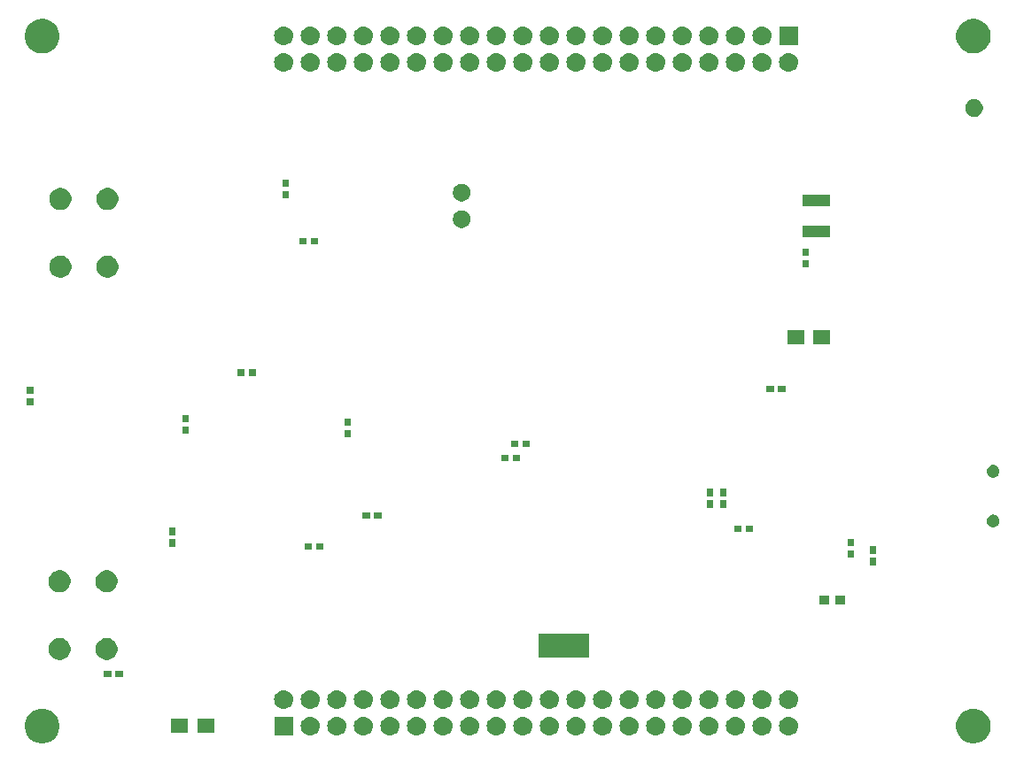
<source format=gbs>
G04 #@! TF.GenerationSoftware,KiCad,Pcbnew,(5.1.2)-1*
G04 #@! TF.CreationDate,2020-02-28T22:39:46+09:00*
G04 #@! TF.ProjectId,o2_breakout,6f325f62-7265-4616-9b6f-75742e6b6963,rev?*
G04 #@! TF.SameCoordinates,Original*
G04 #@! TF.FileFunction,Soldermask,Bot*
G04 #@! TF.FilePolarity,Negative*
%FSLAX46Y46*%
G04 Gerber Fmt 4.6, Leading zero omitted, Abs format (unit mm)*
G04 Created by KiCad (PCBNEW (5.1.2)-1) date 2020-02-28 22:39:46*
%MOMM*%
%LPD*%
G04 APERTURE LIST*
%ADD10C,0.100000*%
G04 APERTURE END LIST*
D10*
G36*
X156232860Y-120484900D02*
G01*
X151406860Y-120484900D01*
X151406860Y-118198900D01*
X156232860Y-118198900D01*
X156232860Y-120484900D01*
G37*
G36*
X193375256Y-125391298D02*
G01*
X193481579Y-125412447D01*
X193782042Y-125536903D01*
X194052451Y-125717585D01*
X194282415Y-125947549D01*
X194463097Y-126217958D01*
X194587553Y-126518421D01*
X194651000Y-126837391D01*
X194651000Y-127162609D01*
X194587553Y-127481579D01*
X194463097Y-127782042D01*
X194282415Y-128052451D01*
X194052451Y-128282415D01*
X193782042Y-128463097D01*
X193481579Y-128587553D01*
X193375256Y-128608702D01*
X193162611Y-128651000D01*
X192837389Y-128651000D01*
X192624744Y-128608702D01*
X192518421Y-128587553D01*
X192217958Y-128463097D01*
X191947549Y-128282415D01*
X191717585Y-128052451D01*
X191536903Y-127782042D01*
X191412447Y-127481579D01*
X191349000Y-127162609D01*
X191349000Y-126837391D01*
X191412447Y-126518421D01*
X191536903Y-126217958D01*
X191717585Y-125947549D01*
X191947549Y-125717585D01*
X192217958Y-125536903D01*
X192518421Y-125412447D01*
X192624744Y-125391298D01*
X192837389Y-125349000D01*
X193162611Y-125349000D01*
X193375256Y-125391298D01*
X193375256Y-125391298D01*
G37*
G36*
X104375256Y-125391298D02*
G01*
X104481579Y-125412447D01*
X104782042Y-125536903D01*
X105052451Y-125717585D01*
X105282415Y-125947549D01*
X105463097Y-126217958D01*
X105587553Y-126518421D01*
X105651000Y-126837391D01*
X105651000Y-127162609D01*
X105587553Y-127481579D01*
X105463097Y-127782042D01*
X105282415Y-128052451D01*
X105052451Y-128282415D01*
X104782042Y-128463097D01*
X104481579Y-128587553D01*
X104375256Y-128608702D01*
X104162611Y-128651000D01*
X103837389Y-128651000D01*
X103624744Y-128608702D01*
X103518421Y-128587553D01*
X103217958Y-128463097D01*
X102947549Y-128282415D01*
X102717585Y-128052451D01*
X102536903Y-127782042D01*
X102412447Y-127481579D01*
X102349000Y-127162609D01*
X102349000Y-126837391D01*
X102412447Y-126518421D01*
X102536903Y-126217958D01*
X102717585Y-125947549D01*
X102947549Y-125717585D01*
X103217958Y-125536903D01*
X103518421Y-125412447D01*
X103624744Y-125391298D01*
X103837389Y-125349000D01*
X104162611Y-125349000D01*
X104375256Y-125391298D01*
X104375256Y-125391298D01*
G37*
G36*
X127977200Y-127901000D02*
G01*
X126175200Y-127901000D01*
X126175200Y-126099000D01*
X127977200Y-126099000D01*
X127977200Y-127901000D01*
X127977200Y-127901000D01*
G37*
G36*
X155126643Y-126105519D02*
G01*
X155192827Y-126112037D01*
X155362666Y-126163557D01*
X155519191Y-126247222D01*
X155554929Y-126276552D01*
X155656386Y-126359814D01*
X155739648Y-126461271D01*
X155768978Y-126497009D01*
X155852643Y-126653534D01*
X155904163Y-126823373D01*
X155921559Y-127000000D01*
X155904163Y-127176627D01*
X155852643Y-127346466D01*
X155768978Y-127502991D01*
X155739648Y-127538729D01*
X155656386Y-127640186D01*
X155554929Y-127723448D01*
X155519191Y-127752778D01*
X155362666Y-127836443D01*
X155192827Y-127887963D01*
X155126642Y-127894482D01*
X155060460Y-127901000D01*
X154971940Y-127901000D01*
X154905758Y-127894482D01*
X154839573Y-127887963D01*
X154669734Y-127836443D01*
X154513209Y-127752778D01*
X154477471Y-127723448D01*
X154376014Y-127640186D01*
X154292752Y-127538729D01*
X154263422Y-127502991D01*
X154179757Y-127346466D01*
X154128237Y-127176627D01*
X154110841Y-127000000D01*
X154128237Y-126823373D01*
X154179757Y-126653534D01*
X154263422Y-126497009D01*
X154292752Y-126461271D01*
X154376014Y-126359814D01*
X154477471Y-126276552D01*
X154513209Y-126247222D01*
X154669734Y-126163557D01*
X154839573Y-126112037D01*
X154905757Y-126105519D01*
X154971940Y-126099000D01*
X155060460Y-126099000D01*
X155126643Y-126105519D01*
X155126643Y-126105519D01*
G37*
G36*
X132266643Y-126105519D02*
G01*
X132332827Y-126112037D01*
X132502666Y-126163557D01*
X132659191Y-126247222D01*
X132694929Y-126276552D01*
X132796386Y-126359814D01*
X132879648Y-126461271D01*
X132908978Y-126497009D01*
X132992643Y-126653534D01*
X133044163Y-126823373D01*
X133061559Y-127000000D01*
X133044163Y-127176627D01*
X132992643Y-127346466D01*
X132908978Y-127502991D01*
X132879648Y-127538729D01*
X132796386Y-127640186D01*
X132694929Y-127723448D01*
X132659191Y-127752778D01*
X132502666Y-127836443D01*
X132332827Y-127887963D01*
X132266642Y-127894482D01*
X132200460Y-127901000D01*
X132111940Y-127901000D01*
X132045758Y-127894482D01*
X131979573Y-127887963D01*
X131809734Y-127836443D01*
X131653209Y-127752778D01*
X131617471Y-127723448D01*
X131516014Y-127640186D01*
X131432752Y-127538729D01*
X131403422Y-127502991D01*
X131319757Y-127346466D01*
X131268237Y-127176627D01*
X131250841Y-127000000D01*
X131268237Y-126823373D01*
X131319757Y-126653534D01*
X131403422Y-126497009D01*
X131432752Y-126461271D01*
X131516014Y-126359814D01*
X131617471Y-126276552D01*
X131653209Y-126247222D01*
X131809734Y-126163557D01*
X131979573Y-126112037D01*
X132045757Y-126105519D01*
X132111940Y-126099000D01*
X132200460Y-126099000D01*
X132266643Y-126105519D01*
X132266643Y-126105519D01*
G37*
G36*
X134806643Y-126105519D02*
G01*
X134872827Y-126112037D01*
X135042666Y-126163557D01*
X135199191Y-126247222D01*
X135234929Y-126276552D01*
X135336386Y-126359814D01*
X135419648Y-126461271D01*
X135448978Y-126497009D01*
X135532643Y-126653534D01*
X135584163Y-126823373D01*
X135601559Y-127000000D01*
X135584163Y-127176627D01*
X135532643Y-127346466D01*
X135448978Y-127502991D01*
X135419648Y-127538729D01*
X135336386Y-127640186D01*
X135234929Y-127723448D01*
X135199191Y-127752778D01*
X135042666Y-127836443D01*
X134872827Y-127887963D01*
X134806642Y-127894482D01*
X134740460Y-127901000D01*
X134651940Y-127901000D01*
X134585758Y-127894482D01*
X134519573Y-127887963D01*
X134349734Y-127836443D01*
X134193209Y-127752778D01*
X134157471Y-127723448D01*
X134056014Y-127640186D01*
X133972752Y-127538729D01*
X133943422Y-127502991D01*
X133859757Y-127346466D01*
X133808237Y-127176627D01*
X133790841Y-127000000D01*
X133808237Y-126823373D01*
X133859757Y-126653534D01*
X133943422Y-126497009D01*
X133972752Y-126461271D01*
X134056014Y-126359814D01*
X134157471Y-126276552D01*
X134193209Y-126247222D01*
X134349734Y-126163557D01*
X134519573Y-126112037D01*
X134585757Y-126105519D01*
X134651940Y-126099000D01*
X134740460Y-126099000D01*
X134806643Y-126105519D01*
X134806643Y-126105519D01*
G37*
G36*
X137346643Y-126105519D02*
G01*
X137412827Y-126112037D01*
X137582666Y-126163557D01*
X137739191Y-126247222D01*
X137774929Y-126276552D01*
X137876386Y-126359814D01*
X137959648Y-126461271D01*
X137988978Y-126497009D01*
X138072643Y-126653534D01*
X138124163Y-126823373D01*
X138141559Y-127000000D01*
X138124163Y-127176627D01*
X138072643Y-127346466D01*
X137988978Y-127502991D01*
X137959648Y-127538729D01*
X137876386Y-127640186D01*
X137774929Y-127723448D01*
X137739191Y-127752778D01*
X137582666Y-127836443D01*
X137412827Y-127887963D01*
X137346642Y-127894482D01*
X137280460Y-127901000D01*
X137191940Y-127901000D01*
X137125758Y-127894482D01*
X137059573Y-127887963D01*
X136889734Y-127836443D01*
X136733209Y-127752778D01*
X136697471Y-127723448D01*
X136596014Y-127640186D01*
X136512752Y-127538729D01*
X136483422Y-127502991D01*
X136399757Y-127346466D01*
X136348237Y-127176627D01*
X136330841Y-127000000D01*
X136348237Y-126823373D01*
X136399757Y-126653534D01*
X136483422Y-126497009D01*
X136512752Y-126461271D01*
X136596014Y-126359814D01*
X136697471Y-126276552D01*
X136733209Y-126247222D01*
X136889734Y-126163557D01*
X137059573Y-126112037D01*
X137125757Y-126105519D01*
X137191940Y-126099000D01*
X137280460Y-126099000D01*
X137346643Y-126105519D01*
X137346643Y-126105519D01*
G37*
G36*
X139886643Y-126105519D02*
G01*
X139952827Y-126112037D01*
X140122666Y-126163557D01*
X140279191Y-126247222D01*
X140314929Y-126276552D01*
X140416386Y-126359814D01*
X140499648Y-126461271D01*
X140528978Y-126497009D01*
X140612643Y-126653534D01*
X140664163Y-126823373D01*
X140681559Y-127000000D01*
X140664163Y-127176627D01*
X140612643Y-127346466D01*
X140528978Y-127502991D01*
X140499648Y-127538729D01*
X140416386Y-127640186D01*
X140314929Y-127723448D01*
X140279191Y-127752778D01*
X140122666Y-127836443D01*
X139952827Y-127887963D01*
X139886642Y-127894482D01*
X139820460Y-127901000D01*
X139731940Y-127901000D01*
X139665758Y-127894482D01*
X139599573Y-127887963D01*
X139429734Y-127836443D01*
X139273209Y-127752778D01*
X139237471Y-127723448D01*
X139136014Y-127640186D01*
X139052752Y-127538729D01*
X139023422Y-127502991D01*
X138939757Y-127346466D01*
X138888237Y-127176627D01*
X138870841Y-127000000D01*
X138888237Y-126823373D01*
X138939757Y-126653534D01*
X139023422Y-126497009D01*
X139052752Y-126461271D01*
X139136014Y-126359814D01*
X139237471Y-126276552D01*
X139273209Y-126247222D01*
X139429734Y-126163557D01*
X139599573Y-126112037D01*
X139665757Y-126105519D01*
X139731940Y-126099000D01*
X139820460Y-126099000D01*
X139886643Y-126105519D01*
X139886643Y-126105519D01*
G37*
G36*
X142426643Y-126105519D02*
G01*
X142492827Y-126112037D01*
X142662666Y-126163557D01*
X142819191Y-126247222D01*
X142854929Y-126276552D01*
X142956386Y-126359814D01*
X143039648Y-126461271D01*
X143068978Y-126497009D01*
X143152643Y-126653534D01*
X143204163Y-126823373D01*
X143221559Y-127000000D01*
X143204163Y-127176627D01*
X143152643Y-127346466D01*
X143068978Y-127502991D01*
X143039648Y-127538729D01*
X142956386Y-127640186D01*
X142854929Y-127723448D01*
X142819191Y-127752778D01*
X142662666Y-127836443D01*
X142492827Y-127887963D01*
X142426642Y-127894482D01*
X142360460Y-127901000D01*
X142271940Y-127901000D01*
X142205758Y-127894482D01*
X142139573Y-127887963D01*
X141969734Y-127836443D01*
X141813209Y-127752778D01*
X141777471Y-127723448D01*
X141676014Y-127640186D01*
X141592752Y-127538729D01*
X141563422Y-127502991D01*
X141479757Y-127346466D01*
X141428237Y-127176627D01*
X141410841Y-127000000D01*
X141428237Y-126823373D01*
X141479757Y-126653534D01*
X141563422Y-126497009D01*
X141592752Y-126461271D01*
X141676014Y-126359814D01*
X141777471Y-126276552D01*
X141813209Y-126247222D01*
X141969734Y-126163557D01*
X142139573Y-126112037D01*
X142205757Y-126105519D01*
X142271940Y-126099000D01*
X142360460Y-126099000D01*
X142426643Y-126105519D01*
X142426643Y-126105519D01*
G37*
G36*
X144966643Y-126105519D02*
G01*
X145032827Y-126112037D01*
X145202666Y-126163557D01*
X145359191Y-126247222D01*
X145394929Y-126276552D01*
X145496386Y-126359814D01*
X145579648Y-126461271D01*
X145608978Y-126497009D01*
X145692643Y-126653534D01*
X145744163Y-126823373D01*
X145761559Y-127000000D01*
X145744163Y-127176627D01*
X145692643Y-127346466D01*
X145608978Y-127502991D01*
X145579648Y-127538729D01*
X145496386Y-127640186D01*
X145394929Y-127723448D01*
X145359191Y-127752778D01*
X145202666Y-127836443D01*
X145032827Y-127887963D01*
X144966642Y-127894482D01*
X144900460Y-127901000D01*
X144811940Y-127901000D01*
X144745758Y-127894482D01*
X144679573Y-127887963D01*
X144509734Y-127836443D01*
X144353209Y-127752778D01*
X144317471Y-127723448D01*
X144216014Y-127640186D01*
X144132752Y-127538729D01*
X144103422Y-127502991D01*
X144019757Y-127346466D01*
X143968237Y-127176627D01*
X143950841Y-127000000D01*
X143968237Y-126823373D01*
X144019757Y-126653534D01*
X144103422Y-126497009D01*
X144132752Y-126461271D01*
X144216014Y-126359814D01*
X144317471Y-126276552D01*
X144353209Y-126247222D01*
X144509734Y-126163557D01*
X144679573Y-126112037D01*
X144745757Y-126105519D01*
X144811940Y-126099000D01*
X144900460Y-126099000D01*
X144966643Y-126105519D01*
X144966643Y-126105519D01*
G37*
G36*
X147506643Y-126105519D02*
G01*
X147572827Y-126112037D01*
X147742666Y-126163557D01*
X147899191Y-126247222D01*
X147934929Y-126276552D01*
X148036386Y-126359814D01*
X148119648Y-126461271D01*
X148148978Y-126497009D01*
X148232643Y-126653534D01*
X148284163Y-126823373D01*
X148301559Y-127000000D01*
X148284163Y-127176627D01*
X148232643Y-127346466D01*
X148148978Y-127502991D01*
X148119648Y-127538729D01*
X148036386Y-127640186D01*
X147934929Y-127723448D01*
X147899191Y-127752778D01*
X147742666Y-127836443D01*
X147572827Y-127887963D01*
X147506642Y-127894482D01*
X147440460Y-127901000D01*
X147351940Y-127901000D01*
X147285758Y-127894482D01*
X147219573Y-127887963D01*
X147049734Y-127836443D01*
X146893209Y-127752778D01*
X146857471Y-127723448D01*
X146756014Y-127640186D01*
X146672752Y-127538729D01*
X146643422Y-127502991D01*
X146559757Y-127346466D01*
X146508237Y-127176627D01*
X146490841Y-127000000D01*
X146508237Y-126823373D01*
X146559757Y-126653534D01*
X146643422Y-126497009D01*
X146672752Y-126461271D01*
X146756014Y-126359814D01*
X146857471Y-126276552D01*
X146893209Y-126247222D01*
X147049734Y-126163557D01*
X147219573Y-126112037D01*
X147285757Y-126105519D01*
X147351940Y-126099000D01*
X147440460Y-126099000D01*
X147506643Y-126105519D01*
X147506643Y-126105519D01*
G37*
G36*
X150046643Y-126105519D02*
G01*
X150112827Y-126112037D01*
X150282666Y-126163557D01*
X150439191Y-126247222D01*
X150474929Y-126276552D01*
X150576386Y-126359814D01*
X150659648Y-126461271D01*
X150688978Y-126497009D01*
X150772643Y-126653534D01*
X150824163Y-126823373D01*
X150841559Y-127000000D01*
X150824163Y-127176627D01*
X150772643Y-127346466D01*
X150688978Y-127502991D01*
X150659648Y-127538729D01*
X150576386Y-127640186D01*
X150474929Y-127723448D01*
X150439191Y-127752778D01*
X150282666Y-127836443D01*
X150112827Y-127887963D01*
X150046642Y-127894482D01*
X149980460Y-127901000D01*
X149891940Y-127901000D01*
X149825758Y-127894482D01*
X149759573Y-127887963D01*
X149589734Y-127836443D01*
X149433209Y-127752778D01*
X149397471Y-127723448D01*
X149296014Y-127640186D01*
X149212752Y-127538729D01*
X149183422Y-127502991D01*
X149099757Y-127346466D01*
X149048237Y-127176627D01*
X149030841Y-127000000D01*
X149048237Y-126823373D01*
X149099757Y-126653534D01*
X149183422Y-126497009D01*
X149212752Y-126461271D01*
X149296014Y-126359814D01*
X149397471Y-126276552D01*
X149433209Y-126247222D01*
X149589734Y-126163557D01*
X149759573Y-126112037D01*
X149825757Y-126105519D01*
X149891940Y-126099000D01*
X149980460Y-126099000D01*
X150046643Y-126105519D01*
X150046643Y-126105519D01*
G37*
G36*
X152586643Y-126105519D02*
G01*
X152652827Y-126112037D01*
X152822666Y-126163557D01*
X152979191Y-126247222D01*
X153014929Y-126276552D01*
X153116386Y-126359814D01*
X153199648Y-126461271D01*
X153228978Y-126497009D01*
X153312643Y-126653534D01*
X153364163Y-126823373D01*
X153381559Y-127000000D01*
X153364163Y-127176627D01*
X153312643Y-127346466D01*
X153228978Y-127502991D01*
X153199648Y-127538729D01*
X153116386Y-127640186D01*
X153014929Y-127723448D01*
X152979191Y-127752778D01*
X152822666Y-127836443D01*
X152652827Y-127887963D01*
X152586642Y-127894482D01*
X152520460Y-127901000D01*
X152431940Y-127901000D01*
X152365758Y-127894482D01*
X152299573Y-127887963D01*
X152129734Y-127836443D01*
X151973209Y-127752778D01*
X151937471Y-127723448D01*
X151836014Y-127640186D01*
X151752752Y-127538729D01*
X151723422Y-127502991D01*
X151639757Y-127346466D01*
X151588237Y-127176627D01*
X151570841Y-127000000D01*
X151588237Y-126823373D01*
X151639757Y-126653534D01*
X151723422Y-126497009D01*
X151752752Y-126461271D01*
X151836014Y-126359814D01*
X151937471Y-126276552D01*
X151973209Y-126247222D01*
X152129734Y-126163557D01*
X152299573Y-126112037D01*
X152365757Y-126105519D01*
X152431940Y-126099000D01*
X152520460Y-126099000D01*
X152586643Y-126105519D01*
X152586643Y-126105519D01*
G37*
G36*
X157666643Y-126105519D02*
G01*
X157732827Y-126112037D01*
X157902666Y-126163557D01*
X158059191Y-126247222D01*
X158094929Y-126276552D01*
X158196386Y-126359814D01*
X158279648Y-126461271D01*
X158308978Y-126497009D01*
X158392643Y-126653534D01*
X158444163Y-126823373D01*
X158461559Y-127000000D01*
X158444163Y-127176627D01*
X158392643Y-127346466D01*
X158308978Y-127502991D01*
X158279648Y-127538729D01*
X158196386Y-127640186D01*
X158094929Y-127723448D01*
X158059191Y-127752778D01*
X157902666Y-127836443D01*
X157732827Y-127887963D01*
X157666642Y-127894482D01*
X157600460Y-127901000D01*
X157511940Y-127901000D01*
X157445758Y-127894482D01*
X157379573Y-127887963D01*
X157209734Y-127836443D01*
X157053209Y-127752778D01*
X157017471Y-127723448D01*
X156916014Y-127640186D01*
X156832752Y-127538729D01*
X156803422Y-127502991D01*
X156719757Y-127346466D01*
X156668237Y-127176627D01*
X156650841Y-127000000D01*
X156668237Y-126823373D01*
X156719757Y-126653534D01*
X156803422Y-126497009D01*
X156832752Y-126461271D01*
X156916014Y-126359814D01*
X157017471Y-126276552D01*
X157053209Y-126247222D01*
X157209734Y-126163557D01*
X157379573Y-126112037D01*
X157445757Y-126105519D01*
X157511940Y-126099000D01*
X157600460Y-126099000D01*
X157666643Y-126105519D01*
X157666643Y-126105519D01*
G37*
G36*
X160206643Y-126105519D02*
G01*
X160272827Y-126112037D01*
X160442666Y-126163557D01*
X160599191Y-126247222D01*
X160634929Y-126276552D01*
X160736386Y-126359814D01*
X160819648Y-126461271D01*
X160848978Y-126497009D01*
X160932643Y-126653534D01*
X160984163Y-126823373D01*
X161001559Y-127000000D01*
X160984163Y-127176627D01*
X160932643Y-127346466D01*
X160848978Y-127502991D01*
X160819648Y-127538729D01*
X160736386Y-127640186D01*
X160634929Y-127723448D01*
X160599191Y-127752778D01*
X160442666Y-127836443D01*
X160272827Y-127887963D01*
X160206642Y-127894482D01*
X160140460Y-127901000D01*
X160051940Y-127901000D01*
X159985758Y-127894482D01*
X159919573Y-127887963D01*
X159749734Y-127836443D01*
X159593209Y-127752778D01*
X159557471Y-127723448D01*
X159456014Y-127640186D01*
X159372752Y-127538729D01*
X159343422Y-127502991D01*
X159259757Y-127346466D01*
X159208237Y-127176627D01*
X159190841Y-127000000D01*
X159208237Y-126823373D01*
X159259757Y-126653534D01*
X159343422Y-126497009D01*
X159372752Y-126461271D01*
X159456014Y-126359814D01*
X159557471Y-126276552D01*
X159593209Y-126247222D01*
X159749734Y-126163557D01*
X159919573Y-126112037D01*
X159985757Y-126105519D01*
X160051940Y-126099000D01*
X160140460Y-126099000D01*
X160206643Y-126105519D01*
X160206643Y-126105519D01*
G37*
G36*
X162746643Y-126105519D02*
G01*
X162812827Y-126112037D01*
X162982666Y-126163557D01*
X163139191Y-126247222D01*
X163174929Y-126276552D01*
X163276386Y-126359814D01*
X163359648Y-126461271D01*
X163388978Y-126497009D01*
X163472643Y-126653534D01*
X163524163Y-126823373D01*
X163541559Y-127000000D01*
X163524163Y-127176627D01*
X163472643Y-127346466D01*
X163388978Y-127502991D01*
X163359648Y-127538729D01*
X163276386Y-127640186D01*
X163174929Y-127723448D01*
X163139191Y-127752778D01*
X162982666Y-127836443D01*
X162812827Y-127887963D01*
X162746642Y-127894482D01*
X162680460Y-127901000D01*
X162591940Y-127901000D01*
X162525758Y-127894482D01*
X162459573Y-127887963D01*
X162289734Y-127836443D01*
X162133209Y-127752778D01*
X162097471Y-127723448D01*
X161996014Y-127640186D01*
X161912752Y-127538729D01*
X161883422Y-127502991D01*
X161799757Y-127346466D01*
X161748237Y-127176627D01*
X161730841Y-127000000D01*
X161748237Y-126823373D01*
X161799757Y-126653534D01*
X161883422Y-126497009D01*
X161912752Y-126461271D01*
X161996014Y-126359814D01*
X162097471Y-126276552D01*
X162133209Y-126247222D01*
X162289734Y-126163557D01*
X162459573Y-126112037D01*
X162525757Y-126105519D01*
X162591940Y-126099000D01*
X162680460Y-126099000D01*
X162746643Y-126105519D01*
X162746643Y-126105519D01*
G37*
G36*
X165286643Y-126105519D02*
G01*
X165352827Y-126112037D01*
X165522666Y-126163557D01*
X165679191Y-126247222D01*
X165714929Y-126276552D01*
X165816386Y-126359814D01*
X165899648Y-126461271D01*
X165928978Y-126497009D01*
X166012643Y-126653534D01*
X166064163Y-126823373D01*
X166081559Y-127000000D01*
X166064163Y-127176627D01*
X166012643Y-127346466D01*
X165928978Y-127502991D01*
X165899648Y-127538729D01*
X165816386Y-127640186D01*
X165714929Y-127723448D01*
X165679191Y-127752778D01*
X165522666Y-127836443D01*
X165352827Y-127887963D01*
X165286642Y-127894482D01*
X165220460Y-127901000D01*
X165131940Y-127901000D01*
X165065758Y-127894482D01*
X164999573Y-127887963D01*
X164829734Y-127836443D01*
X164673209Y-127752778D01*
X164637471Y-127723448D01*
X164536014Y-127640186D01*
X164452752Y-127538729D01*
X164423422Y-127502991D01*
X164339757Y-127346466D01*
X164288237Y-127176627D01*
X164270841Y-127000000D01*
X164288237Y-126823373D01*
X164339757Y-126653534D01*
X164423422Y-126497009D01*
X164452752Y-126461271D01*
X164536014Y-126359814D01*
X164637471Y-126276552D01*
X164673209Y-126247222D01*
X164829734Y-126163557D01*
X164999573Y-126112037D01*
X165065757Y-126105519D01*
X165131940Y-126099000D01*
X165220460Y-126099000D01*
X165286643Y-126105519D01*
X165286643Y-126105519D01*
G37*
G36*
X167826643Y-126105519D02*
G01*
X167892827Y-126112037D01*
X168062666Y-126163557D01*
X168219191Y-126247222D01*
X168254929Y-126276552D01*
X168356386Y-126359814D01*
X168439648Y-126461271D01*
X168468978Y-126497009D01*
X168552643Y-126653534D01*
X168604163Y-126823373D01*
X168621559Y-127000000D01*
X168604163Y-127176627D01*
X168552643Y-127346466D01*
X168468978Y-127502991D01*
X168439648Y-127538729D01*
X168356386Y-127640186D01*
X168254929Y-127723448D01*
X168219191Y-127752778D01*
X168062666Y-127836443D01*
X167892827Y-127887963D01*
X167826642Y-127894482D01*
X167760460Y-127901000D01*
X167671940Y-127901000D01*
X167605758Y-127894482D01*
X167539573Y-127887963D01*
X167369734Y-127836443D01*
X167213209Y-127752778D01*
X167177471Y-127723448D01*
X167076014Y-127640186D01*
X166992752Y-127538729D01*
X166963422Y-127502991D01*
X166879757Y-127346466D01*
X166828237Y-127176627D01*
X166810841Y-127000000D01*
X166828237Y-126823373D01*
X166879757Y-126653534D01*
X166963422Y-126497009D01*
X166992752Y-126461271D01*
X167076014Y-126359814D01*
X167177471Y-126276552D01*
X167213209Y-126247222D01*
X167369734Y-126163557D01*
X167539573Y-126112037D01*
X167605757Y-126105519D01*
X167671940Y-126099000D01*
X167760460Y-126099000D01*
X167826643Y-126105519D01*
X167826643Y-126105519D01*
G37*
G36*
X170366643Y-126105519D02*
G01*
X170432827Y-126112037D01*
X170602666Y-126163557D01*
X170759191Y-126247222D01*
X170794929Y-126276552D01*
X170896386Y-126359814D01*
X170979648Y-126461271D01*
X171008978Y-126497009D01*
X171092643Y-126653534D01*
X171144163Y-126823373D01*
X171161559Y-127000000D01*
X171144163Y-127176627D01*
X171092643Y-127346466D01*
X171008978Y-127502991D01*
X170979648Y-127538729D01*
X170896386Y-127640186D01*
X170794929Y-127723448D01*
X170759191Y-127752778D01*
X170602666Y-127836443D01*
X170432827Y-127887963D01*
X170366642Y-127894482D01*
X170300460Y-127901000D01*
X170211940Y-127901000D01*
X170145758Y-127894482D01*
X170079573Y-127887963D01*
X169909734Y-127836443D01*
X169753209Y-127752778D01*
X169717471Y-127723448D01*
X169616014Y-127640186D01*
X169532752Y-127538729D01*
X169503422Y-127502991D01*
X169419757Y-127346466D01*
X169368237Y-127176627D01*
X169350841Y-127000000D01*
X169368237Y-126823373D01*
X169419757Y-126653534D01*
X169503422Y-126497009D01*
X169532752Y-126461271D01*
X169616014Y-126359814D01*
X169717471Y-126276552D01*
X169753209Y-126247222D01*
X169909734Y-126163557D01*
X170079573Y-126112037D01*
X170145757Y-126105519D01*
X170211940Y-126099000D01*
X170300460Y-126099000D01*
X170366643Y-126105519D01*
X170366643Y-126105519D01*
G37*
G36*
X172906643Y-126105519D02*
G01*
X172972827Y-126112037D01*
X173142666Y-126163557D01*
X173299191Y-126247222D01*
X173334929Y-126276552D01*
X173436386Y-126359814D01*
X173519648Y-126461271D01*
X173548978Y-126497009D01*
X173632643Y-126653534D01*
X173684163Y-126823373D01*
X173701559Y-127000000D01*
X173684163Y-127176627D01*
X173632643Y-127346466D01*
X173548978Y-127502991D01*
X173519648Y-127538729D01*
X173436386Y-127640186D01*
X173334929Y-127723448D01*
X173299191Y-127752778D01*
X173142666Y-127836443D01*
X172972827Y-127887963D01*
X172906642Y-127894482D01*
X172840460Y-127901000D01*
X172751940Y-127901000D01*
X172685758Y-127894482D01*
X172619573Y-127887963D01*
X172449734Y-127836443D01*
X172293209Y-127752778D01*
X172257471Y-127723448D01*
X172156014Y-127640186D01*
X172072752Y-127538729D01*
X172043422Y-127502991D01*
X171959757Y-127346466D01*
X171908237Y-127176627D01*
X171890841Y-127000000D01*
X171908237Y-126823373D01*
X171959757Y-126653534D01*
X172043422Y-126497009D01*
X172072752Y-126461271D01*
X172156014Y-126359814D01*
X172257471Y-126276552D01*
X172293209Y-126247222D01*
X172449734Y-126163557D01*
X172619573Y-126112037D01*
X172685757Y-126105519D01*
X172751940Y-126099000D01*
X172840460Y-126099000D01*
X172906643Y-126105519D01*
X172906643Y-126105519D01*
G37*
G36*
X175446643Y-126105519D02*
G01*
X175512827Y-126112037D01*
X175682666Y-126163557D01*
X175839191Y-126247222D01*
X175874929Y-126276552D01*
X175976386Y-126359814D01*
X176059648Y-126461271D01*
X176088978Y-126497009D01*
X176172643Y-126653534D01*
X176224163Y-126823373D01*
X176241559Y-127000000D01*
X176224163Y-127176627D01*
X176172643Y-127346466D01*
X176088978Y-127502991D01*
X176059648Y-127538729D01*
X175976386Y-127640186D01*
X175874929Y-127723448D01*
X175839191Y-127752778D01*
X175682666Y-127836443D01*
X175512827Y-127887963D01*
X175446642Y-127894482D01*
X175380460Y-127901000D01*
X175291940Y-127901000D01*
X175225758Y-127894482D01*
X175159573Y-127887963D01*
X174989734Y-127836443D01*
X174833209Y-127752778D01*
X174797471Y-127723448D01*
X174696014Y-127640186D01*
X174612752Y-127538729D01*
X174583422Y-127502991D01*
X174499757Y-127346466D01*
X174448237Y-127176627D01*
X174430841Y-127000000D01*
X174448237Y-126823373D01*
X174499757Y-126653534D01*
X174583422Y-126497009D01*
X174612752Y-126461271D01*
X174696014Y-126359814D01*
X174797471Y-126276552D01*
X174833209Y-126247222D01*
X174989734Y-126163557D01*
X175159573Y-126112037D01*
X175225757Y-126105519D01*
X175291940Y-126099000D01*
X175380460Y-126099000D01*
X175446643Y-126105519D01*
X175446643Y-126105519D01*
G37*
G36*
X129726643Y-126105519D02*
G01*
X129792827Y-126112037D01*
X129962666Y-126163557D01*
X130119191Y-126247222D01*
X130154929Y-126276552D01*
X130256386Y-126359814D01*
X130339648Y-126461271D01*
X130368978Y-126497009D01*
X130452643Y-126653534D01*
X130504163Y-126823373D01*
X130521559Y-127000000D01*
X130504163Y-127176627D01*
X130452643Y-127346466D01*
X130368978Y-127502991D01*
X130339648Y-127538729D01*
X130256386Y-127640186D01*
X130154929Y-127723448D01*
X130119191Y-127752778D01*
X129962666Y-127836443D01*
X129792827Y-127887963D01*
X129726642Y-127894482D01*
X129660460Y-127901000D01*
X129571940Y-127901000D01*
X129505758Y-127894482D01*
X129439573Y-127887963D01*
X129269734Y-127836443D01*
X129113209Y-127752778D01*
X129077471Y-127723448D01*
X128976014Y-127640186D01*
X128892752Y-127538729D01*
X128863422Y-127502991D01*
X128779757Y-127346466D01*
X128728237Y-127176627D01*
X128710841Y-127000000D01*
X128728237Y-126823373D01*
X128779757Y-126653534D01*
X128863422Y-126497009D01*
X128892752Y-126461271D01*
X128976014Y-126359814D01*
X129077471Y-126276552D01*
X129113209Y-126247222D01*
X129269734Y-126163557D01*
X129439573Y-126112037D01*
X129505757Y-126105519D01*
X129571940Y-126099000D01*
X129660460Y-126099000D01*
X129726643Y-126105519D01*
X129726643Y-126105519D01*
G37*
G36*
X120448020Y-127645520D02*
G01*
X118846020Y-127645520D01*
X118846020Y-126293520D01*
X120448020Y-126293520D01*
X120448020Y-127645520D01*
X120448020Y-127645520D01*
G37*
G36*
X117948020Y-127645520D02*
G01*
X116346020Y-127645520D01*
X116346020Y-126293520D01*
X117948020Y-126293520D01*
X117948020Y-127645520D01*
X117948020Y-127645520D01*
G37*
G36*
X152586642Y-123565518D02*
G01*
X152652827Y-123572037D01*
X152822666Y-123623557D01*
X152979191Y-123707222D01*
X153014929Y-123736552D01*
X153116386Y-123819814D01*
X153199648Y-123921271D01*
X153228978Y-123957009D01*
X153312643Y-124113534D01*
X153364163Y-124283373D01*
X153381559Y-124460000D01*
X153364163Y-124636627D01*
X153312643Y-124806466D01*
X153228978Y-124962991D01*
X153199648Y-124998729D01*
X153116386Y-125100186D01*
X153014929Y-125183448D01*
X152979191Y-125212778D01*
X152822666Y-125296443D01*
X152652827Y-125347963D01*
X152586642Y-125354482D01*
X152520460Y-125361000D01*
X152431940Y-125361000D01*
X152365758Y-125354482D01*
X152299573Y-125347963D01*
X152129734Y-125296443D01*
X151973209Y-125212778D01*
X151937471Y-125183448D01*
X151836014Y-125100186D01*
X151752752Y-124998729D01*
X151723422Y-124962991D01*
X151639757Y-124806466D01*
X151588237Y-124636627D01*
X151570841Y-124460000D01*
X151588237Y-124283373D01*
X151639757Y-124113534D01*
X151723422Y-123957009D01*
X151752752Y-123921271D01*
X151836014Y-123819814D01*
X151937471Y-123736552D01*
X151973209Y-123707222D01*
X152129734Y-123623557D01*
X152299573Y-123572037D01*
X152365758Y-123565518D01*
X152431940Y-123559000D01*
X152520460Y-123559000D01*
X152586642Y-123565518D01*
X152586642Y-123565518D01*
G37*
G36*
X157666642Y-123565518D02*
G01*
X157732827Y-123572037D01*
X157902666Y-123623557D01*
X158059191Y-123707222D01*
X158094929Y-123736552D01*
X158196386Y-123819814D01*
X158279648Y-123921271D01*
X158308978Y-123957009D01*
X158392643Y-124113534D01*
X158444163Y-124283373D01*
X158461559Y-124460000D01*
X158444163Y-124636627D01*
X158392643Y-124806466D01*
X158308978Y-124962991D01*
X158279648Y-124998729D01*
X158196386Y-125100186D01*
X158094929Y-125183448D01*
X158059191Y-125212778D01*
X157902666Y-125296443D01*
X157732827Y-125347963D01*
X157666642Y-125354482D01*
X157600460Y-125361000D01*
X157511940Y-125361000D01*
X157445758Y-125354482D01*
X157379573Y-125347963D01*
X157209734Y-125296443D01*
X157053209Y-125212778D01*
X157017471Y-125183448D01*
X156916014Y-125100186D01*
X156832752Y-124998729D01*
X156803422Y-124962991D01*
X156719757Y-124806466D01*
X156668237Y-124636627D01*
X156650841Y-124460000D01*
X156668237Y-124283373D01*
X156719757Y-124113534D01*
X156803422Y-123957009D01*
X156832752Y-123921271D01*
X156916014Y-123819814D01*
X157017471Y-123736552D01*
X157053209Y-123707222D01*
X157209734Y-123623557D01*
X157379573Y-123572037D01*
X157445758Y-123565518D01*
X157511940Y-123559000D01*
X157600460Y-123559000D01*
X157666642Y-123565518D01*
X157666642Y-123565518D01*
G37*
G36*
X150046642Y-123565518D02*
G01*
X150112827Y-123572037D01*
X150282666Y-123623557D01*
X150439191Y-123707222D01*
X150474929Y-123736552D01*
X150576386Y-123819814D01*
X150659648Y-123921271D01*
X150688978Y-123957009D01*
X150772643Y-124113534D01*
X150824163Y-124283373D01*
X150841559Y-124460000D01*
X150824163Y-124636627D01*
X150772643Y-124806466D01*
X150688978Y-124962991D01*
X150659648Y-124998729D01*
X150576386Y-125100186D01*
X150474929Y-125183448D01*
X150439191Y-125212778D01*
X150282666Y-125296443D01*
X150112827Y-125347963D01*
X150046642Y-125354482D01*
X149980460Y-125361000D01*
X149891940Y-125361000D01*
X149825758Y-125354482D01*
X149759573Y-125347963D01*
X149589734Y-125296443D01*
X149433209Y-125212778D01*
X149397471Y-125183448D01*
X149296014Y-125100186D01*
X149212752Y-124998729D01*
X149183422Y-124962991D01*
X149099757Y-124806466D01*
X149048237Y-124636627D01*
X149030841Y-124460000D01*
X149048237Y-124283373D01*
X149099757Y-124113534D01*
X149183422Y-123957009D01*
X149212752Y-123921271D01*
X149296014Y-123819814D01*
X149397471Y-123736552D01*
X149433209Y-123707222D01*
X149589734Y-123623557D01*
X149759573Y-123572037D01*
X149825758Y-123565518D01*
X149891940Y-123559000D01*
X149980460Y-123559000D01*
X150046642Y-123565518D01*
X150046642Y-123565518D01*
G37*
G36*
X160206642Y-123565518D02*
G01*
X160272827Y-123572037D01*
X160442666Y-123623557D01*
X160599191Y-123707222D01*
X160634929Y-123736552D01*
X160736386Y-123819814D01*
X160819648Y-123921271D01*
X160848978Y-123957009D01*
X160932643Y-124113534D01*
X160984163Y-124283373D01*
X161001559Y-124460000D01*
X160984163Y-124636627D01*
X160932643Y-124806466D01*
X160848978Y-124962991D01*
X160819648Y-124998729D01*
X160736386Y-125100186D01*
X160634929Y-125183448D01*
X160599191Y-125212778D01*
X160442666Y-125296443D01*
X160272827Y-125347963D01*
X160206642Y-125354482D01*
X160140460Y-125361000D01*
X160051940Y-125361000D01*
X159985758Y-125354482D01*
X159919573Y-125347963D01*
X159749734Y-125296443D01*
X159593209Y-125212778D01*
X159557471Y-125183448D01*
X159456014Y-125100186D01*
X159372752Y-124998729D01*
X159343422Y-124962991D01*
X159259757Y-124806466D01*
X159208237Y-124636627D01*
X159190841Y-124460000D01*
X159208237Y-124283373D01*
X159259757Y-124113534D01*
X159343422Y-123957009D01*
X159372752Y-123921271D01*
X159456014Y-123819814D01*
X159557471Y-123736552D01*
X159593209Y-123707222D01*
X159749734Y-123623557D01*
X159919573Y-123572037D01*
X159985758Y-123565518D01*
X160051940Y-123559000D01*
X160140460Y-123559000D01*
X160206642Y-123565518D01*
X160206642Y-123565518D01*
G37*
G36*
X147506642Y-123565518D02*
G01*
X147572827Y-123572037D01*
X147742666Y-123623557D01*
X147899191Y-123707222D01*
X147934929Y-123736552D01*
X148036386Y-123819814D01*
X148119648Y-123921271D01*
X148148978Y-123957009D01*
X148232643Y-124113534D01*
X148284163Y-124283373D01*
X148301559Y-124460000D01*
X148284163Y-124636627D01*
X148232643Y-124806466D01*
X148148978Y-124962991D01*
X148119648Y-124998729D01*
X148036386Y-125100186D01*
X147934929Y-125183448D01*
X147899191Y-125212778D01*
X147742666Y-125296443D01*
X147572827Y-125347963D01*
X147506642Y-125354482D01*
X147440460Y-125361000D01*
X147351940Y-125361000D01*
X147285758Y-125354482D01*
X147219573Y-125347963D01*
X147049734Y-125296443D01*
X146893209Y-125212778D01*
X146857471Y-125183448D01*
X146756014Y-125100186D01*
X146672752Y-124998729D01*
X146643422Y-124962991D01*
X146559757Y-124806466D01*
X146508237Y-124636627D01*
X146490841Y-124460000D01*
X146508237Y-124283373D01*
X146559757Y-124113534D01*
X146643422Y-123957009D01*
X146672752Y-123921271D01*
X146756014Y-123819814D01*
X146857471Y-123736552D01*
X146893209Y-123707222D01*
X147049734Y-123623557D01*
X147219573Y-123572037D01*
X147285758Y-123565518D01*
X147351940Y-123559000D01*
X147440460Y-123559000D01*
X147506642Y-123565518D01*
X147506642Y-123565518D01*
G37*
G36*
X162746642Y-123565518D02*
G01*
X162812827Y-123572037D01*
X162982666Y-123623557D01*
X163139191Y-123707222D01*
X163174929Y-123736552D01*
X163276386Y-123819814D01*
X163359648Y-123921271D01*
X163388978Y-123957009D01*
X163472643Y-124113534D01*
X163524163Y-124283373D01*
X163541559Y-124460000D01*
X163524163Y-124636627D01*
X163472643Y-124806466D01*
X163388978Y-124962991D01*
X163359648Y-124998729D01*
X163276386Y-125100186D01*
X163174929Y-125183448D01*
X163139191Y-125212778D01*
X162982666Y-125296443D01*
X162812827Y-125347963D01*
X162746642Y-125354482D01*
X162680460Y-125361000D01*
X162591940Y-125361000D01*
X162525758Y-125354482D01*
X162459573Y-125347963D01*
X162289734Y-125296443D01*
X162133209Y-125212778D01*
X162097471Y-125183448D01*
X161996014Y-125100186D01*
X161912752Y-124998729D01*
X161883422Y-124962991D01*
X161799757Y-124806466D01*
X161748237Y-124636627D01*
X161730841Y-124460000D01*
X161748237Y-124283373D01*
X161799757Y-124113534D01*
X161883422Y-123957009D01*
X161912752Y-123921271D01*
X161996014Y-123819814D01*
X162097471Y-123736552D01*
X162133209Y-123707222D01*
X162289734Y-123623557D01*
X162459573Y-123572037D01*
X162525758Y-123565518D01*
X162591940Y-123559000D01*
X162680460Y-123559000D01*
X162746642Y-123565518D01*
X162746642Y-123565518D01*
G37*
G36*
X144966642Y-123565518D02*
G01*
X145032827Y-123572037D01*
X145202666Y-123623557D01*
X145359191Y-123707222D01*
X145394929Y-123736552D01*
X145496386Y-123819814D01*
X145579648Y-123921271D01*
X145608978Y-123957009D01*
X145692643Y-124113534D01*
X145744163Y-124283373D01*
X145761559Y-124460000D01*
X145744163Y-124636627D01*
X145692643Y-124806466D01*
X145608978Y-124962991D01*
X145579648Y-124998729D01*
X145496386Y-125100186D01*
X145394929Y-125183448D01*
X145359191Y-125212778D01*
X145202666Y-125296443D01*
X145032827Y-125347963D01*
X144966642Y-125354482D01*
X144900460Y-125361000D01*
X144811940Y-125361000D01*
X144745758Y-125354482D01*
X144679573Y-125347963D01*
X144509734Y-125296443D01*
X144353209Y-125212778D01*
X144317471Y-125183448D01*
X144216014Y-125100186D01*
X144132752Y-124998729D01*
X144103422Y-124962991D01*
X144019757Y-124806466D01*
X143968237Y-124636627D01*
X143950841Y-124460000D01*
X143968237Y-124283373D01*
X144019757Y-124113534D01*
X144103422Y-123957009D01*
X144132752Y-123921271D01*
X144216014Y-123819814D01*
X144317471Y-123736552D01*
X144353209Y-123707222D01*
X144509734Y-123623557D01*
X144679573Y-123572037D01*
X144745758Y-123565518D01*
X144811940Y-123559000D01*
X144900460Y-123559000D01*
X144966642Y-123565518D01*
X144966642Y-123565518D01*
G37*
G36*
X165286642Y-123565518D02*
G01*
X165352827Y-123572037D01*
X165522666Y-123623557D01*
X165679191Y-123707222D01*
X165714929Y-123736552D01*
X165816386Y-123819814D01*
X165899648Y-123921271D01*
X165928978Y-123957009D01*
X166012643Y-124113534D01*
X166064163Y-124283373D01*
X166081559Y-124460000D01*
X166064163Y-124636627D01*
X166012643Y-124806466D01*
X165928978Y-124962991D01*
X165899648Y-124998729D01*
X165816386Y-125100186D01*
X165714929Y-125183448D01*
X165679191Y-125212778D01*
X165522666Y-125296443D01*
X165352827Y-125347963D01*
X165286642Y-125354482D01*
X165220460Y-125361000D01*
X165131940Y-125361000D01*
X165065758Y-125354482D01*
X164999573Y-125347963D01*
X164829734Y-125296443D01*
X164673209Y-125212778D01*
X164637471Y-125183448D01*
X164536014Y-125100186D01*
X164452752Y-124998729D01*
X164423422Y-124962991D01*
X164339757Y-124806466D01*
X164288237Y-124636627D01*
X164270841Y-124460000D01*
X164288237Y-124283373D01*
X164339757Y-124113534D01*
X164423422Y-123957009D01*
X164452752Y-123921271D01*
X164536014Y-123819814D01*
X164637471Y-123736552D01*
X164673209Y-123707222D01*
X164829734Y-123623557D01*
X164999573Y-123572037D01*
X165065758Y-123565518D01*
X165131940Y-123559000D01*
X165220460Y-123559000D01*
X165286642Y-123565518D01*
X165286642Y-123565518D01*
G37*
G36*
X142426642Y-123565518D02*
G01*
X142492827Y-123572037D01*
X142662666Y-123623557D01*
X142819191Y-123707222D01*
X142854929Y-123736552D01*
X142956386Y-123819814D01*
X143039648Y-123921271D01*
X143068978Y-123957009D01*
X143152643Y-124113534D01*
X143204163Y-124283373D01*
X143221559Y-124460000D01*
X143204163Y-124636627D01*
X143152643Y-124806466D01*
X143068978Y-124962991D01*
X143039648Y-124998729D01*
X142956386Y-125100186D01*
X142854929Y-125183448D01*
X142819191Y-125212778D01*
X142662666Y-125296443D01*
X142492827Y-125347963D01*
X142426642Y-125354482D01*
X142360460Y-125361000D01*
X142271940Y-125361000D01*
X142205758Y-125354482D01*
X142139573Y-125347963D01*
X141969734Y-125296443D01*
X141813209Y-125212778D01*
X141777471Y-125183448D01*
X141676014Y-125100186D01*
X141592752Y-124998729D01*
X141563422Y-124962991D01*
X141479757Y-124806466D01*
X141428237Y-124636627D01*
X141410841Y-124460000D01*
X141428237Y-124283373D01*
X141479757Y-124113534D01*
X141563422Y-123957009D01*
X141592752Y-123921271D01*
X141676014Y-123819814D01*
X141777471Y-123736552D01*
X141813209Y-123707222D01*
X141969734Y-123623557D01*
X142139573Y-123572037D01*
X142205758Y-123565518D01*
X142271940Y-123559000D01*
X142360460Y-123559000D01*
X142426642Y-123565518D01*
X142426642Y-123565518D01*
G37*
G36*
X155126642Y-123565518D02*
G01*
X155192827Y-123572037D01*
X155362666Y-123623557D01*
X155519191Y-123707222D01*
X155554929Y-123736552D01*
X155656386Y-123819814D01*
X155739648Y-123921271D01*
X155768978Y-123957009D01*
X155852643Y-124113534D01*
X155904163Y-124283373D01*
X155921559Y-124460000D01*
X155904163Y-124636627D01*
X155852643Y-124806466D01*
X155768978Y-124962991D01*
X155739648Y-124998729D01*
X155656386Y-125100186D01*
X155554929Y-125183448D01*
X155519191Y-125212778D01*
X155362666Y-125296443D01*
X155192827Y-125347963D01*
X155126642Y-125354482D01*
X155060460Y-125361000D01*
X154971940Y-125361000D01*
X154905758Y-125354482D01*
X154839573Y-125347963D01*
X154669734Y-125296443D01*
X154513209Y-125212778D01*
X154477471Y-125183448D01*
X154376014Y-125100186D01*
X154292752Y-124998729D01*
X154263422Y-124962991D01*
X154179757Y-124806466D01*
X154128237Y-124636627D01*
X154110841Y-124460000D01*
X154128237Y-124283373D01*
X154179757Y-124113534D01*
X154263422Y-123957009D01*
X154292752Y-123921271D01*
X154376014Y-123819814D01*
X154477471Y-123736552D01*
X154513209Y-123707222D01*
X154669734Y-123623557D01*
X154839573Y-123572037D01*
X154905758Y-123565518D01*
X154971940Y-123559000D01*
X155060460Y-123559000D01*
X155126642Y-123565518D01*
X155126642Y-123565518D01*
G37*
G36*
X167826642Y-123565518D02*
G01*
X167892827Y-123572037D01*
X168062666Y-123623557D01*
X168219191Y-123707222D01*
X168254929Y-123736552D01*
X168356386Y-123819814D01*
X168439648Y-123921271D01*
X168468978Y-123957009D01*
X168552643Y-124113534D01*
X168604163Y-124283373D01*
X168621559Y-124460000D01*
X168604163Y-124636627D01*
X168552643Y-124806466D01*
X168468978Y-124962991D01*
X168439648Y-124998729D01*
X168356386Y-125100186D01*
X168254929Y-125183448D01*
X168219191Y-125212778D01*
X168062666Y-125296443D01*
X167892827Y-125347963D01*
X167826642Y-125354482D01*
X167760460Y-125361000D01*
X167671940Y-125361000D01*
X167605758Y-125354482D01*
X167539573Y-125347963D01*
X167369734Y-125296443D01*
X167213209Y-125212778D01*
X167177471Y-125183448D01*
X167076014Y-125100186D01*
X166992752Y-124998729D01*
X166963422Y-124962991D01*
X166879757Y-124806466D01*
X166828237Y-124636627D01*
X166810841Y-124460000D01*
X166828237Y-124283373D01*
X166879757Y-124113534D01*
X166963422Y-123957009D01*
X166992752Y-123921271D01*
X167076014Y-123819814D01*
X167177471Y-123736552D01*
X167213209Y-123707222D01*
X167369734Y-123623557D01*
X167539573Y-123572037D01*
X167605758Y-123565518D01*
X167671940Y-123559000D01*
X167760460Y-123559000D01*
X167826642Y-123565518D01*
X167826642Y-123565518D01*
G37*
G36*
X139886642Y-123565518D02*
G01*
X139952827Y-123572037D01*
X140122666Y-123623557D01*
X140279191Y-123707222D01*
X140314929Y-123736552D01*
X140416386Y-123819814D01*
X140499648Y-123921271D01*
X140528978Y-123957009D01*
X140612643Y-124113534D01*
X140664163Y-124283373D01*
X140681559Y-124460000D01*
X140664163Y-124636627D01*
X140612643Y-124806466D01*
X140528978Y-124962991D01*
X140499648Y-124998729D01*
X140416386Y-125100186D01*
X140314929Y-125183448D01*
X140279191Y-125212778D01*
X140122666Y-125296443D01*
X139952827Y-125347963D01*
X139886642Y-125354482D01*
X139820460Y-125361000D01*
X139731940Y-125361000D01*
X139665758Y-125354482D01*
X139599573Y-125347963D01*
X139429734Y-125296443D01*
X139273209Y-125212778D01*
X139237471Y-125183448D01*
X139136014Y-125100186D01*
X139052752Y-124998729D01*
X139023422Y-124962991D01*
X138939757Y-124806466D01*
X138888237Y-124636627D01*
X138870841Y-124460000D01*
X138888237Y-124283373D01*
X138939757Y-124113534D01*
X139023422Y-123957009D01*
X139052752Y-123921271D01*
X139136014Y-123819814D01*
X139237471Y-123736552D01*
X139273209Y-123707222D01*
X139429734Y-123623557D01*
X139599573Y-123572037D01*
X139665758Y-123565518D01*
X139731940Y-123559000D01*
X139820460Y-123559000D01*
X139886642Y-123565518D01*
X139886642Y-123565518D01*
G37*
G36*
X172906642Y-123565518D02*
G01*
X172972827Y-123572037D01*
X173142666Y-123623557D01*
X173299191Y-123707222D01*
X173334929Y-123736552D01*
X173436386Y-123819814D01*
X173519648Y-123921271D01*
X173548978Y-123957009D01*
X173632643Y-124113534D01*
X173684163Y-124283373D01*
X173701559Y-124460000D01*
X173684163Y-124636627D01*
X173632643Y-124806466D01*
X173548978Y-124962991D01*
X173519648Y-124998729D01*
X173436386Y-125100186D01*
X173334929Y-125183448D01*
X173299191Y-125212778D01*
X173142666Y-125296443D01*
X172972827Y-125347963D01*
X172906642Y-125354482D01*
X172840460Y-125361000D01*
X172751940Y-125361000D01*
X172685758Y-125354482D01*
X172619573Y-125347963D01*
X172449734Y-125296443D01*
X172293209Y-125212778D01*
X172257471Y-125183448D01*
X172156014Y-125100186D01*
X172072752Y-124998729D01*
X172043422Y-124962991D01*
X171959757Y-124806466D01*
X171908237Y-124636627D01*
X171890841Y-124460000D01*
X171908237Y-124283373D01*
X171959757Y-124113534D01*
X172043422Y-123957009D01*
X172072752Y-123921271D01*
X172156014Y-123819814D01*
X172257471Y-123736552D01*
X172293209Y-123707222D01*
X172449734Y-123623557D01*
X172619573Y-123572037D01*
X172685758Y-123565518D01*
X172751940Y-123559000D01*
X172840460Y-123559000D01*
X172906642Y-123565518D01*
X172906642Y-123565518D01*
G37*
G36*
X127186642Y-123565518D02*
G01*
X127252827Y-123572037D01*
X127422666Y-123623557D01*
X127579191Y-123707222D01*
X127614929Y-123736552D01*
X127716386Y-123819814D01*
X127799648Y-123921271D01*
X127828978Y-123957009D01*
X127912643Y-124113534D01*
X127964163Y-124283373D01*
X127981559Y-124460000D01*
X127964163Y-124636627D01*
X127912643Y-124806466D01*
X127828978Y-124962991D01*
X127799648Y-124998729D01*
X127716386Y-125100186D01*
X127614929Y-125183448D01*
X127579191Y-125212778D01*
X127422666Y-125296443D01*
X127252827Y-125347963D01*
X127186642Y-125354482D01*
X127120460Y-125361000D01*
X127031940Y-125361000D01*
X126965758Y-125354482D01*
X126899573Y-125347963D01*
X126729734Y-125296443D01*
X126573209Y-125212778D01*
X126537471Y-125183448D01*
X126436014Y-125100186D01*
X126352752Y-124998729D01*
X126323422Y-124962991D01*
X126239757Y-124806466D01*
X126188237Y-124636627D01*
X126170841Y-124460000D01*
X126188237Y-124283373D01*
X126239757Y-124113534D01*
X126323422Y-123957009D01*
X126352752Y-123921271D01*
X126436014Y-123819814D01*
X126537471Y-123736552D01*
X126573209Y-123707222D01*
X126729734Y-123623557D01*
X126899573Y-123572037D01*
X126965758Y-123565518D01*
X127031940Y-123559000D01*
X127120460Y-123559000D01*
X127186642Y-123565518D01*
X127186642Y-123565518D01*
G37*
G36*
X129726642Y-123565518D02*
G01*
X129792827Y-123572037D01*
X129962666Y-123623557D01*
X130119191Y-123707222D01*
X130154929Y-123736552D01*
X130256386Y-123819814D01*
X130339648Y-123921271D01*
X130368978Y-123957009D01*
X130452643Y-124113534D01*
X130504163Y-124283373D01*
X130521559Y-124460000D01*
X130504163Y-124636627D01*
X130452643Y-124806466D01*
X130368978Y-124962991D01*
X130339648Y-124998729D01*
X130256386Y-125100186D01*
X130154929Y-125183448D01*
X130119191Y-125212778D01*
X129962666Y-125296443D01*
X129792827Y-125347963D01*
X129726642Y-125354482D01*
X129660460Y-125361000D01*
X129571940Y-125361000D01*
X129505758Y-125354482D01*
X129439573Y-125347963D01*
X129269734Y-125296443D01*
X129113209Y-125212778D01*
X129077471Y-125183448D01*
X128976014Y-125100186D01*
X128892752Y-124998729D01*
X128863422Y-124962991D01*
X128779757Y-124806466D01*
X128728237Y-124636627D01*
X128710841Y-124460000D01*
X128728237Y-124283373D01*
X128779757Y-124113534D01*
X128863422Y-123957009D01*
X128892752Y-123921271D01*
X128976014Y-123819814D01*
X129077471Y-123736552D01*
X129113209Y-123707222D01*
X129269734Y-123623557D01*
X129439573Y-123572037D01*
X129505758Y-123565518D01*
X129571940Y-123559000D01*
X129660460Y-123559000D01*
X129726642Y-123565518D01*
X129726642Y-123565518D01*
G37*
G36*
X132266642Y-123565518D02*
G01*
X132332827Y-123572037D01*
X132502666Y-123623557D01*
X132659191Y-123707222D01*
X132694929Y-123736552D01*
X132796386Y-123819814D01*
X132879648Y-123921271D01*
X132908978Y-123957009D01*
X132992643Y-124113534D01*
X133044163Y-124283373D01*
X133061559Y-124460000D01*
X133044163Y-124636627D01*
X132992643Y-124806466D01*
X132908978Y-124962991D01*
X132879648Y-124998729D01*
X132796386Y-125100186D01*
X132694929Y-125183448D01*
X132659191Y-125212778D01*
X132502666Y-125296443D01*
X132332827Y-125347963D01*
X132266642Y-125354482D01*
X132200460Y-125361000D01*
X132111940Y-125361000D01*
X132045758Y-125354482D01*
X131979573Y-125347963D01*
X131809734Y-125296443D01*
X131653209Y-125212778D01*
X131617471Y-125183448D01*
X131516014Y-125100186D01*
X131432752Y-124998729D01*
X131403422Y-124962991D01*
X131319757Y-124806466D01*
X131268237Y-124636627D01*
X131250841Y-124460000D01*
X131268237Y-124283373D01*
X131319757Y-124113534D01*
X131403422Y-123957009D01*
X131432752Y-123921271D01*
X131516014Y-123819814D01*
X131617471Y-123736552D01*
X131653209Y-123707222D01*
X131809734Y-123623557D01*
X131979573Y-123572037D01*
X132045758Y-123565518D01*
X132111940Y-123559000D01*
X132200460Y-123559000D01*
X132266642Y-123565518D01*
X132266642Y-123565518D01*
G37*
G36*
X175446642Y-123565518D02*
G01*
X175512827Y-123572037D01*
X175682666Y-123623557D01*
X175839191Y-123707222D01*
X175874929Y-123736552D01*
X175976386Y-123819814D01*
X176059648Y-123921271D01*
X176088978Y-123957009D01*
X176172643Y-124113534D01*
X176224163Y-124283373D01*
X176241559Y-124460000D01*
X176224163Y-124636627D01*
X176172643Y-124806466D01*
X176088978Y-124962991D01*
X176059648Y-124998729D01*
X175976386Y-125100186D01*
X175874929Y-125183448D01*
X175839191Y-125212778D01*
X175682666Y-125296443D01*
X175512827Y-125347963D01*
X175446642Y-125354482D01*
X175380460Y-125361000D01*
X175291940Y-125361000D01*
X175225758Y-125354482D01*
X175159573Y-125347963D01*
X174989734Y-125296443D01*
X174833209Y-125212778D01*
X174797471Y-125183448D01*
X174696014Y-125100186D01*
X174612752Y-124998729D01*
X174583422Y-124962991D01*
X174499757Y-124806466D01*
X174448237Y-124636627D01*
X174430841Y-124460000D01*
X174448237Y-124283373D01*
X174499757Y-124113534D01*
X174583422Y-123957009D01*
X174612752Y-123921271D01*
X174696014Y-123819814D01*
X174797471Y-123736552D01*
X174833209Y-123707222D01*
X174989734Y-123623557D01*
X175159573Y-123572037D01*
X175225758Y-123565518D01*
X175291940Y-123559000D01*
X175380460Y-123559000D01*
X175446642Y-123565518D01*
X175446642Y-123565518D01*
G37*
G36*
X134806642Y-123565518D02*
G01*
X134872827Y-123572037D01*
X135042666Y-123623557D01*
X135199191Y-123707222D01*
X135234929Y-123736552D01*
X135336386Y-123819814D01*
X135419648Y-123921271D01*
X135448978Y-123957009D01*
X135532643Y-124113534D01*
X135584163Y-124283373D01*
X135601559Y-124460000D01*
X135584163Y-124636627D01*
X135532643Y-124806466D01*
X135448978Y-124962991D01*
X135419648Y-124998729D01*
X135336386Y-125100186D01*
X135234929Y-125183448D01*
X135199191Y-125212778D01*
X135042666Y-125296443D01*
X134872827Y-125347963D01*
X134806642Y-125354482D01*
X134740460Y-125361000D01*
X134651940Y-125361000D01*
X134585758Y-125354482D01*
X134519573Y-125347963D01*
X134349734Y-125296443D01*
X134193209Y-125212778D01*
X134157471Y-125183448D01*
X134056014Y-125100186D01*
X133972752Y-124998729D01*
X133943422Y-124962991D01*
X133859757Y-124806466D01*
X133808237Y-124636627D01*
X133790841Y-124460000D01*
X133808237Y-124283373D01*
X133859757Y-124113534D01*
X133943422Y-123957009D01*
X133972752Y-123921271D01*
X134056014Y-123819814D01*
X134157471Y-123736552D01*
X134193209Y-123707222D01*
X134349734Y-123623557D01*
X134519573Y-123572037D01*
X134585758Y-123565518D01*
X134651940Y-123559000D01*
X134740460Y-123559000D01*
X134806642Y-123565518D01*
X134806642Y-123565518D01*
G37*
G36*
X137346642Y-123565518D02*
G01*
X137412827Y-123572037D01*
X137582666Y-123623557D01*
X137739191Y-123707222D01*
X137774929Y-123736552D01*
X137876386Y-123819814D01*
X137959648Y-123921271D01*
X137988978Y-123957009D01*
X138072643Y-124113534D01*
X138124163Y-124283373D01*
X138141559Y-124460000D01*
X138124163Y-124636627D01*
X138072643Y-124806466D01*
X137988978Y-124962991D01*
X137959648Y-124998729D01*
X137876386Y-125100186D01*
X137774929Y-125183448D01*
X137739191Y-125212778D01*
X137582666Y-125296443D01*
X137412827Y-125347963D01*
X137346642Y-125354482D01*
X137280460Y-125361000D01*
X137191940Y-125361000D01*
X137125758Y-125354482D01*
X137059573Y-125347963D01*
X136889734Y-125296443D01*
X136733209Y-125212778D01*
X136697471Y-125183448D01*
X136596014Y-125100186D01*
X136512752Y-124998729D01*
X136483422Y-124962991D01*
X136399757Y-124806466D01*
X136348237Y-124636627D01*
X136330841Y-124460000D01*
X136348237Y-124283373D01*
X136399757Y-124113534D01*
X136483422Y-123957009D01*
X136512752Y-123921271D01*
X136596014Y-123819814D01*
X136697471Y-123736552D01*
X136733209Y-123707222D01*
X136889734Y-123623557D01*
X137059573Y-123572037D01*
X137125758Y-123565518D01*
X137191940Y-123559000D01*
X137280460Y-123559000D01*
X137346642Y-123565518D01*
X137346642Y-123565518D01*
G37*
G36*
X170366642Y-123565518D02*
G01*
X170432827Y-123572037D01*
X170602666Y-123623557D01*
X170759191Y-123707222D01*
X170794929Y-123736552D01*
X170896386Y-123819814D01*
X170979648Y-123921271D01*
X171008978Y-123957009D01*
X171092643Y-124113534D01*
X171144163Y-124283373D01*
X171161559Y-124460000D01*
X171144163Y-124636627D01*
X171092643Y-124806466D01*
X171008978Y-124962991D01*
X170979648Y-124998729D01*
X170896386Y-125100186D01*
X170794929Y-125183448D01*
X170759191Y-125212778D01*
X170602666Y-125296443D01*
X170432827Y-125347963D01*
X170366642Y-125354482D01*
X170300460Y-125361000D01*
X170211940Y-125361000D01*
X170145758Y-125354482D01*
X170079573Y-125347963D01*
X169909734Y-125296443D01*
X169753209Y-125212778D01*
X169717471Y-125183448D01*
X169616014Y-125100186D01*
X169532752Y-124998729D01*
X169503422Y-124962991D01*
X169419757Y-124806466D01*
X169368237Y-124636627D01*
X169350841Y-124460000D01*
X169368237Y-124283373D01*
X169419757Y-124113534D01*
X169503422Y-123957009D01*
X169532752Y-123921271D01*
X169616014Y-123819814D01*
X169717471Y-123736552D01*
X169753209Y-123707222D01*
X169909734Y-123623557D01*
X170079573Y-123572037D01*
X170145758Y-123565518D01*
X170211940Y-123559000D01*
X170300460Y-123559000D01*
X170366642Y-123565518D01*
X170366642Y-123565518D01*
G37*
G36*
X111695800Y-122297200D02*
G01*
X110993800Y-122297200D01*
X110993800Y-121695200D01*
X111695800Y-121695200D01*
X111695800Y-122297200D01*
X111695800Y-122297200D01*
G37*
G36*
X110595800Y-122297200D02*
G01*
X109893800Y-122297200D01*
X109893800Y-121695200D01*
X110595800Y-121695200D01*
X110595800Y-122297200D01*
X110595800Y-122297200D01*
G37*
G36*
X105970564Y-118623389D02*
G01*
X106161833Y-118702615D01*
X106161835Y-118702616D01*
X106333973Y-118817635D01*
X106480365Y-118964027D01*
X106595385Y-119136167D01*
X106674611Y-119327436D01*
X106715000Y-119530484D01*
X106715000Y-119737516D01*
X106674611Y-119940564D01*
X106595385Y-120131833D01*
X106595384Y-120131835D01*
X106480365Y-120303973D01*
X106333973Y-120450365D01*
X106161835Y-120565384D01*
X106161834Y-120565385D01*
X106161833Y-120565385D01*
X105970564Y-120644611D01*
X105767516Y-120685000D01*
X105560484Y-120685000D01*
X105357436Y-120644611D01*
X105166167Y-120565385D01*
X105166166Y-120565385D01*
X105166165Y-120565384D01*
X104994027Y-120450365D01*
X104847635Y-120303973D01*
X104732616Y-120131835D01*
X104732615Y-120131833D01*
X104653389Y-119940564D01*
X104613000Y-119737516D01*
X104613000Y-119530484D01*
X104653389Y-119327436D01*
X104732615Y-119136167D01*
X104847635Y-118964027D01*
X104994027Y-118817635D01*
X105166165Y-118702616D01*
X105166167Y-118702615D01*
X105357436Y-118623389D01*
X105560484Y-118583000D01*
X105767516Y-118583000D01*
X105970564Y-118623389D01*
X105970564Y-118623389D01*
G37*
G36*
X110470564Y-118623389D02*
G01*
X110661833Y-118702615D01*
X110661835Y-118702616D01*
X110833973Y-118817635D01*
X110980365Y-118964027D01*
X111095385Y-119136167D01*
X111174611Y-119327436D01*
X111215000Y-119530484D01*
X111215000Y-119737516D01*
X111174611Y-119940564D01*
X111095385Y-120131833D01*
X111095384Y-120131835D01*
X110980365Y-120303973D01*
X110833973Y-120450365D01*
X110661835Y-120565384D01*
X110661834Y-120565385D01*
X110661833Y-120565385D01*
X110470564Y-120644611D01*
X110267516Y-120685000D01*
X110060484Y-120685000D01*
X109857436Y-120644611D01*
X109666167Y-120565385D01*
X109666166Y-120565385D01*
X109666165Y-120565384D01*
X109494027Y-120450365D01*
X109347635Y-120303973D01*
X109232616Y-120131835D01*
X109232615Y-120131833D01*
X109153389Y-119940564D01*
X109113000Y-119737516D01*
X109113000Y-119530484D01*
X109153389Y-119327436D01*
X109232615Y-119136167D01*
X109347635Y-118964027D01*
X109494027Y-118817635D01*
X109666165Y-118702616D01*
X109666167Y-118702615D01*
X109857436Y-118623389D01*
X110060484Y-118583000D01*
X110267516Y-118583000D01*
X110470564Y-118623389D01*
X110470564Y-118623389D01*
G37*
G36*
X179225100Y-115389200D02*
G01*
X178323100Y-115389200D01*
X178323100Y-114537200D01*
X179225100Y-114537200D01*
X179225100Y-115389200D01*
X179225100Y-115389200D01*
G37*
G36*
X180725100Y-115389200D02*
G01*
X179823100Y-115389200D01*
X179823100Y-114537200D01*
X180725100Y-114537200D01*
X180725100Y-115389200D01*
X180725100Y-115389200D01*
G37*
G36*
X110470564Y-112123389D02*
G01*
X110661833Y-112202615D01*
X110661835Y-112202616D01*
X110833973Y-112317635D01*
X110980365Y-112464027D01*
X111095385Y-112636167D01*
X111174611Y-112827436D01*
X111215000Y-113030484D01*
X111215000Y-113237516D01*
X111174611Y-113440564D01*
X111095385Y-113631833D01*
X111095384Y-113631835D01*
X110980365Y-113803973D01*
X110833973Y-113950365D01*
X110661835Y-114065384D01*
X110661834Y-114065385D01*
X110661833Y-114065385D01*
X110470564Y-114144611D01*
X110267516Y-114185000D01*
X110060484Y-114185000D01*
X109857436Y-114144611D01*
X109666167Y-114065385D01*
X109666166Y-114065385D01*
X109666165Y-114065384D01*
X109494027Y-113950365D01*
X109347635Y-113803973D01*
X109232616Y-113631835D01*
X109232615Y-113631833D01*
X109153389Y-113440564D01*
X109113000Y-113237516D01*
X109113000Y-113030484D01*
X109153389Y-112827436D01*
X109232615Y-112636167D01*
X109347635Y-112464027D01*
X109494027Y-112317635D01*
X109666165Y-112202616D01*
X109666167Y-112202615D01*
X109857436Y-112123389D01*
X110060484Y-112083000D01*
X110267516Y-112083000D01*
X110470564Y-112123389D01*
X110470564Y-112123389D01*
G37*
G36*
X105970564Y-112123389D02*
G01*
X106161833Y-112202615D01*
X106161835Y-112202616D01*
X106333973Y-112317635D01*
X106480365Y-112464027D01*
X106595385Y-112636167D01*
X106674611Y-112827436D01*
X106715000Y-113030484D01*
X106715000Y-113237516D01*
X106674611Y-113440564D01*
X106595385Y-113631833D01*
X106595384Y-113631835D01*
X106480365Y-113803973D01*
X106333973Y-113950365D01*
X106161835Y-114065384D01*
X106161834Y-114065385D01*
X106161833Y-114065385D01*
X105970564Y-114144611D01*
X105767516Y-114185000D01*
X105560484Y-114185000D01*
X105357436Y-114144611D01*
X105166167Y-114065385D01*
X105166166Y-114065385D01*
X105166165Y-114065384D01*
X104994027Y-113950365D01*
X104847635Y-113803973D01*
X104732616Y-113631835D01*
X104732615Y-113631833D01*
X104653389Y-113440564D01*
X104613000Y-113237516D01*
X104613000Y-113030484D01*
X104653389Y-112827436D01*
X104732615Y-112636167D01*
X104847635Y-112464027D01*
X104994027Y-112317635D01*
X105166165Y-112202616D01*
X105166167Y-112202615D01*
X105357436Y-112123389D01*
X105560484Y-112083000D01*
X105767516Y-112083000D01*
X105970564Y-112123389D01*
X105970564Y-112123389D01*
G37*
G36*
X183676300Y-111619600D02*
G01*
X183074300Y-111619600D01*
X183074300Y-110917600D01*
X183676300Y-110917600D01*
X183676300Y-111619600D01*
X183676300Y-111619600D01*
G37*
G36*
X181580800Y-110870300D02*
G01*
X180978800Y-110870300D01*
X180978800Y-110168300D01*
X181580800Y-110168300D01*
X181580800Y-110870300D01*
X181580800Y-110870300D01*
G37*
G36*
X183676300Y-110519600D02*
G01*
X183074300Y-110519600D01*
X183074300Y-109817600D01*
X183676300Y-109817600D01*
X183676300Y-110519600D01*
X183676300Y-110519600D01*
G37*
G36*
X130898200Y-110130600D02*
G01*
X130196200Y-110130600D01*
X130196200Y-109528600D01*
X130898200Y-109528600D01*
X130898200Y-110130600D01*
X130898200Y-110130600D01*
G37*
G36*
X129798200Y-110130600D02*
G01*
X129096200Y-110130600D01*
X129096200Y-109528600D01*
X129798200Y-109528600D01*
X129798200Y-110130600D01*
X129798200Y-110130600D01*
G37*
G36*
X116747300Y-109828900D02*
G01*
X116145300Y-109828900D01*
X116145300Y-109126900D01*
X116747300Y-109126900D01*
X116747300Y-109828900D01*
X116747300Y-109828900D01*
G37*
G36*
X181580800Y-109770300D02*
G01*
X180978800Y-109770300D01*
X180978800Y-109068300D01*
X181580800Y-109068300D01*
X181580800Y-109770300D01*
X181580800Y-109770300D01*
G37*
G36*
X116747300Y-108728900D02*
G01*
X116145300Y-108728900D01*
X116145300Y-108026900D01*
X116747300Y-108026900D01*
X116747300Y-108728900D01*
X116747300Y-108728900D01*
G37*
G36*
X171941500Y-108457000D02*
G01*
X171239500Y-108457000D01*
X171239500Y-107855000D01*
X171941500Y-107855000D01*
X171941500Y-108457000D01*
X171941500Y-108457000D01*
G37*
G36*
X170841500Y-108457000D02*
G01*
X170139500Y-108457000D01*
X170139500Y-107855000D01*
X170841500Y-107855000D01*
X170841500Y-108457000D01*
X170841500Y-108457000D01*
G37*
G36*
X195018101Y-106780197D02*
G01*
X195056805Y-106787896D01*
X195088840Y-106801165D01*
X195166180Y-106833200D01*
X195264615Y-106898973D01*
X195348327Y-106982685D01*
X195414100Y-107081120D01*
X195459404Y-107190496D01*
X195482500Y-107306605D01*
X195482500Y-107424995D01*
X195459404Y-107541104D01*
X195414100Y-107650480D01*
X195348327Y-107748915D01*
X195264615Y-107832627D01*
X195166180Y-107898400D01*
X195088840Y-107930435D01*
X195056805Y-107943704D01*
X195018101Y-107951403D01*
X194940695Y-107966800D01*
X194822305Y-107966800D01*
X194744899Y-107951403D01*
X194706195Y-107943704D01*
X194674160Y-107930435D01*
X194596820Y-107898400D01*
X194498385Y-107832627D01*
X194414673Y-107748915D01*
X194348900Y-107650480D01*
X194303596Y-107541104D01*
X194280500Y-107424995D01*
X194280500Y-107306605D01*
X194303596Y-107190496D01*
X194348900Y-107081120D01*
X194414673Y-106982685D01*
X194498385Y-106898973D01*
X194596820Y-106833200D01*
X194674160Y-106801165D01*
X194706195Y-106787896D01*
X194744899Y-106780197D01*
X194822305Y-106764800D01*
X194940695Y-106764800D01*
X195018101Y-106780197D01*
X195018101Y-106780197D01*
G37*
G36*
X135332300Y-107187000D02*
G01*
X134630300Y-107187000D01*
X134630300Y-106585000D01*
X135332300Y-106585000D01*
X135332300Y-107187000D01*
X135332300Y-107187000D01*
G37*
G36*
X136432300Y-107187000D02*
G01*
X135730300Y-107187000D01*
X135730300Y-106585000D01*
X136432300Y-106585000D01*
X136432300Y-107187000D01*
X136432300Y-107187000D01*
G37*
G36*
X169363400Y-106095100D02*
G01*
X168761400Y-106095100D01*
X168761400Y-105393100D01*
X169363400Y-105393100D01*
X169363400Y-106095100D01*
X169363400Y-106095100D01*
G37*
G36*
X168093400Y-106095100D02*
G01*
X167491400Y-106095100D01*
X167491400Y-105393100D01*
X168093400Y-105393100D01*
X168093400Y-106095100D01*
X168093400Y-106095100D01*
G37*
G36*
X168093400Y-104995100D02*
G01*
X167491400Y-104995100D01*
X167491400Y-104293100D01*
X168093400Y-104293100D01*
X168093400Y-104995100D01*
X168093400Y-104995100D01*
G37*
G36*
X169363400Y-104995100D02*
G01*
X168761400Y-104995100D01*
X168761400Y-104293100D01*
X169363400Y-104293100D01*
X169363400Y-104995100D01*
X169363400Y-104995100D01*
G37*
G36*
X195018101Y-102030397D02*
G01*
X195056805Y-102038096D01*
X195088840Y-102051365D01*
X195166180Y-102083400D01*
X195264615Y-102149173D01*
X195348327Y-102232885D01*
X195414100Y-102331320D01*
X195459404Y-102440696D01*
X195482500Y-102556805D01*
X195482500Y-102675195D01*
X195459404Y-102791304D01*
X195414100Y-102900680D01*
X195348327Y-102999115D01*
X195264615Y-103082827D01*
X195166180Y-103148600D01*
X195088840Y-103180635D01*
X195056805Y-103193904D01*
X195018101Y-103201603D01*
X194940695Y-103217000D01*
X194822305Y-103217000D01*
X194744899Y-103201603D01*
X194706195Y-103193904D01*
X194674160Y-103180635D01*
X194596820Y-103148600D01*
X194498385Y-103082827D01*
X194414673Y-102999115D01*
X194348900Y-102900680D01*
X194303596Y-102791304D01*
X194280500Y-102675195D01*
X194280500Y-102556805D01*
X194303596Y-102440696D01*
X194348900Y-102331320D01*
X194414673Y-102232885D01*
X194498385Y-102149173D01*
X194596820Y-102083400D01*
X194674160Y-102051365D01*
X194706195Y-102038096D01*
X194744899Y-102030397D01*
X194822305Y-102015000D01*
X194940695Y-102015000D01*
X195018101Y-102030397D01*
X195018101Y-102030397D01*
G37*
G36*
X148553000Y-101649800D02*
G01*
X147851000Y-101649800D01*
X147851000Y-101047800D01*
X148553000Y-101047800D01*
X148553000Y-101649800D01*
X148553000Y-101649800D01*
G37*
G36*
X149653000Y-101649800D02*
G01*
X148951000Y-101649800D01*
X148951000Y-101047800D01*
X149653000Y-101047800D01*
X149653000Y-101649800D01*
X149653000Y-101649800D01*
G37*
G36*
X149505500Y-100329000D02*
G01*
X148803500Y-100329000D01*
X148803500Y-99727000D01*
X149505500Y-99727000D01*
X149505500Y-100329000D01*
X149505500Y-100329000D01*
G37*
G36*
X150605500Y-100329000D02*
G01*
X149903500Y-100329000D01*
X149903500Y-99727000D01*
X150605500Y-99727000D01*
X150605500Y-100329000D01*
X150605500Y-100329000D01*
G37*
G36*
X133473200Y-99376800D02*
G01*
X132871200Y-99376800D01*
X132871200Y-98674800D01*
X133473200Y-98674800D01*
X133473200Y-99376800D01*
X133473200Y-99376800D01*
G37*
G36*
X118014200Y-99011300D02*
G01*
X117412200Y-99011300D01*
X117412200Y-98309300D01*
X118014200Y-98309300D01*
X118014200Y-99011300D01*
X118014200Y-99011300D01*
G37*
G36*
X133473200Y-98276800D02*
G01*
X132871200Y-98276800D01*
X132871200Y-97574800D01*
X133473200Y-97574800D01*
X133473200Y-98276800D01*
X133473200Y-98276800D01*
G37*
G36*
X118014200Y-97911300D02*
G01*
X117412200Y-97911300D01*
X117412200Y-97209300D01*
X118014200Y-97209300D01*
X118014200Y-97911300D01*
X118014200Y-97911300D01*
G37*
G36*
X103145600Y-96303400D02*
G01*
X102543600Y-96303400D01*
X102543600Y-95601400D01*
X103145600Y-95601400D01*
X103145600Y-96303400D01*
X103145600Y-96303400D01*
G37*
G36*
X103145600Y-95203400D02*
G01*
X102543600Y-95203400D01*
X102543600Y-94501400D01*
X103145600Y-94501400D01*
X103145600Y-95203400D01*
X103145600Y-95203400D01*
G37*
G36*
X173930700Y-95043000D02*
G01*
X173228700Y-95043000D01*
X173228700Y-94441000D01*
X173930700Y-94441000D01*
X173930700Y-95043000D01*
X173930700Y-95043000D01*
G37*
G36*
X175030700Y-95043000D02*
G01*
X174328700Y-95043000D01*
X174328700Y-94441000D01*
X175030700Y-94441000D01*
X175030700Y-95043000D01*
X175030700Y-95043000D01*
G37*
G36*
X123343500Y-93483700D02*
G01*
X122641500Y-93483700D01*
X122641500Y-92881700D01*
X123343500Y-92881700D01*
X123343500Y-93483700D01*
X123343500Y-93483700D01*
G37*
G36*
X124443500Y-93483700D02*
G01*
X123741500Y-93483700D01*
X123741500Y-92881700D01*
X124443500Y-92881700D01*
X124443500Y-93483700D01*
X124443500Y-93483700D01*
G37*
G36*
X176825220Y-90503100D02*
G01*
X175223220Y-90503100D01*
X175223220Y-89151100D01*
X176825220Y-89151100D01*
X176825220Y-90503100D01*
X176825220Y-90503100D01*
G37*
G36*
X179325220Y-90503100D02*
G01*
X177723220Y-90503100D01*
X177723220Y-89151100D01*
X179325220Y-89151100D01*
X179325220Y-90503100D01*
X179325220Y-90503100D01*
G37*
G36*
X110542564Y-82044989D02*
G01*
X110733833Y-82124215D01*
X110733835Y-82124216D01*
X110905973Y-82239235D01*
X111052365Y-82385627D01*
X111167385Y-82557767D01*
X111246611Y-82749036D01*
X111287000Y-82952084D01*
X111287000Y-83159116D01*
X111246611Y-83362164D01*
X111167385Y-83553433D01*
X111167384Y-83553435D01*
X111052365Y-83725573D01*
X110905973Y-83871965D01*
X110733835Y-83986984D01*
X110733834Y-83986985D01*
X110733833Y-83986985D01*
X110542564Y-84066211D01*
X110339516Y-84106600D01*
X110132484Y-84106600D01*
X109929436Y-84066211D01*
X109738167Y-83986985D01*
X109738166Y-83986985D01*
X109738165Y-83986984D01*
X109566027Y-83871965D01*
X109419635Y-83725573D01*
X109304616Y-83553435D01*
X109304615Y-83553433D01*
X109225389Y-83362164D01*
X109185000Y-83159116D01*
X109185000Y-82952084D01*
X109225389Y-82749036D01*
X109304615Y-82557767D01*
X109419635Y-82385627D01*
X109566027Y-82239235D01*
X109738165Y-82124216D01*
X109738167Y-82124215D01*
X109929436Y-82044989D01*
X110132484Y-82004600D01*
X110339516Y-82004600D01*
X110542564Y-82044989D01*
X110542564Y-82044989D01*
G37*
G36*
X106042564Y-82044989D02*
G01*
X106233833Y-82124215D01*
X106233835Y-82124216D01*
X106405973Y-82239235D01*
X106552365Y-82385627D01*
X106667385Y-82557767D01*
X106746611Y-82749036D01*
X106787000Y-82952084D01*
X106787000Y-83159116D01*
X106746611Y-83362164D01*
X106667385Y-83553433D01*
X106667384Y-83553435D01*
X106552365Y-83725573D01*
X106405973Y-83871965D01*
X106233835Y-83986984D01*
X106233834Y-83986985D01*
X106233833Y-83986985D01*
X106042564Y-84066211D01*
X105839516Y-84106600D01*
X105632484Y-84106600D01*
X105429436Y-84066211D01*
X105238167Y-83986985D01*
X105238166Y-83986985D01*
X105238165Y-83986984D01*
X105066027Y-83871965D01*
X104919635Y-83725573D01*
X104804616Y-83553435D01*
X104804615Y-83553433D01*
X104725389Y-83362164D01*
X104685000Y-83159116D01*
X104685000Y-82952084D01*
X104725389Y-82749036D01*
X104804615Y-82557767D01*
X104919635Y-82385627D01*
X105066027Y-82239235D01*
X105238165Y-82124216D01*
X105238167Y-82124215D01*
X105429436Y-82044989D01*
X105632484Y-82004600D01*
X105839516Y-82004600D01*
X106042564Y-82044989D01*
X106042564Y-82044989D01*
G37*
G36*
X177252640Y-83097940D02*
G01*
X176650640Y-83097940D01*
X176650640Y-82395940D01*
X177252640Y-82395940D01*
X177252640Y-83097940D01*
X177252640Y-83097940D01*
G37*
G36*
X177252640Y-81997940D02*
G01*
X176650640Y-81997940D01*
X176650640Y-81295940D01*
X177252640Y-81295940D01*
X177252640Y-81997940D01*
X177252640Y-81997940D01*
G37*
G36*
X130390200Y-80946000D02*
G01*
X129688200Y-80946000D01*
X129688200Y-80344000D01*
X130390200Y-80344000D01*
X130390200Y-80946000D01*
X130390200Y-80946000D01*
G37*
G36*
X129290200Y-80946000D02*
G01*
X128588200Y-80946000D01*
X128588200Y-80344000D01*
X129290200Y-80344000D01*
X129290200Y-80946000D01*
X129290200Y-80946000D01*
G37*
G36*
X179301100Y-80247700D02*
G01*
X176699100Y-80247700D01*
X176699100Y-79145700D01*
X179301100Y-79145700D01*
X179301100Y-80247700D01*
X179301100Y-80247700D01*
G37*
G36*
X144342428Y-77680403D02*
G01*
X144497300Y-77744553D01*
X144636681Y-77837685D01*
X144755215Y-77956219D01*
X144848347Y-78095600D01*
X144912497Y-78250472D01*
X144945200Y-78414884D01*
X144945200Y-78582516D01*
X144912497Y-78746928D01*
X144848347Y-78901800D01*
X144755215Y-79041181D01*
X144636681Y-79159715D01*
X144497300Y-79252847D01*
X144342428Y-79316997D01*
X144178016Y-79349700D01*
X144010384Y-79349700D01*
X143845972Y-79316997D01*
X143691100Y-79252847D01*
X143551719Y-79159715D01*
X143433185Y-79041181D01*
X143340053Y-78901800D01*
X143275903Y-78746928D01*
X143243200Y-78582516D01*
X143243200Y-78414884D01*
X143275903Y-78250472D01*
X143340053Y-78095600D01*
X143433185Y-77956219D01*
X143551719Y-77837685D01*
X143691100Y-77744553D01*
X143845972Y-77680403D01*
X144010384Y-77647700D01*
X144178016Y-77647700D01*
X144342428Y-77680403D01*
X144342428Y-77680403D01*
G37*
G36*
X110542564Y-75544989D02*
G01*
X110733833Y-75624215D01*
X110733835Y-75624216D01*
X110862925Y-75710471D01*
X110905973Y-75739235D01*
X111052365Y-75885627D01*
X111167385Y-76057767D01*
X111246611Y-76249036D01*
X111287000Y-76452084D01*
X111287000Y-76659116D01*
X111246611Y-76862164D01*
X111167385Y-77053433D01*
X111167384Y-77053435D01*
X111052365Y-77225573D01*
X110905973Y-77371965D01*
X110733835Y-77486984D01*
X110733834Y-77486985D01*
X110733833Y-77486985D01*
X110542564Y-77566211D01*
X110339516Y-77606600D01*
X110132484Y-77606600D01*
X109929436Y-77566211D01*
X109738167Y-77486985D01*
X109738166Y-77486985D01*
X109738165Y-77486984D01*
X109566027Y-77371965D01*
X109419635Y-77225573D01*
X109304616Y-77053435D01*
X109304615Y-77053433D01*
X109225389Y-76862164D01*
X109185000Y-76659116D01*
X109185000Y-76452084D01*
X109225389Y-76249036D01*
X109304615Y-76057767D01*
X109419635Y-75885627D01*
X109566027Y-75739235D01*
X109609075Y-75710471D01*
X109738165Y-75624216D01*
X109738167Y-75624215D01*
X109929436Y-75544989D01*
X110132484Y-75504600D01*
X110339516Y-75504600D01*
X110542564Y-75544989D01*
X110542564Y-75544989D01*
G37*
G36*
X106042564Y-75544989D02*
G01*
X106233833Y-75624215D01*
X106233835Y-75624216D01*
X106362925Y-75710471D01*
X106405973Y-75739235D01*
X106552365Y-75885627D01*
X106667385Y-76057767D01*
X106746611Y-76249036D01*
X106787000Y-76452084D01*
X106787000Y-76659116D01*
X106746611Y-76862164D01*
X106667385Y-77053433D01*
X106667384Y-77053435D01*
X106552365Y-77225573D01*
X106405973Y-77371965D01*
X106233835Y-77486984D01*
X106233834Y-77486985D01*
X106233833Y-77486985D01*
X106042564Y-77566211D01*
X105839516Y-77606600D01*
X105632484Y-77606600D01*
X105429436Y-77566211D01*
X105238167Y-77486985D01*
X105238166Y-77486985D01*
X105238165Y-77486984D01*
X105066027Y-77371965D01*
X104919635Y-77225573D01*
X104804616Y-77053435D01*
X104804615Y-77053433D01*
X104725389Y-76862164D01*
X104685000Y-76659116D01*
X104685000Y-76452084D01*
X104725389Y-76249036D01*
X104804615Y-76057767D01*
X104919635Y-75885627D01*
X105066027Y-75739235D01*
X105109075Y-75710471D01*
X105238165Y-75624216D01*
X105238167Y-75624215D01*
X105429436Y-75544989D01*
X105632484Y-75504600D01*
X105839516Y-75504600D01*
X106042564Y-75544989D01*
X106042564Y-75544989D01*
G37*
G36*
X179301100Y-77247700D02*
G01*
X176699100Y-77247700D01*
X176699100Y-76145700D01*
X179301100Y-76145700D01*
X179301100Y-77247700D01*
X179301100Y-77247700D01*
G37*
G36*
X144342428Y-75140403D02*
G01*
X144497300Y-75204553D01*
X144636681Y-75297685D01*
X144755215Y-75416219D01*
X144848347Y-75555600D01*
X144912497Y-75710472D01*
X144945200Y-75874884D01*
X144945200Y-76042516D01*
X144912497Y-76206928D01*
X144848347Y-76361800D01*
X144755215Y-76501181D01*
X144636681Y-76619715D01*
X144497300Y-76712847D01*
X144342428Y-76776997D01*
X144178016Y-76809700D01*
X144010384Y-76809700D01*
X143845972Y-76776997D01*
X143691100Y-76712847D01*
X143551719Y-76619715D01*
X143433185Y-76501181D01*
X143340053Y-76361800D01*
X143275903Y-76206928D01*
X143243200Y-76042516D01*
X143243200Y-75874884D01*
X143275903Y-75710472D01*
X143340053Y-75555600D01*
X143433185Y-75416219D01*
X143551719Y-75297685D01*
X143691100Y-75204553D01*
X143845972Y-75140403D01*
X144010384Y-75107700D01*
X144178016Y-75107700D01*
X144342428Y-75140403D01*
X144342428Y-75140403D01*
G37*
G36*
X127547380Y-76539660D02*
G01*
X126945380Y-76539660D01*
X126945380Y-75837660D01*
X127547380Y-75837660D01*
X127547380Y-76539660D01*
X127547380Y-76539660D01*
G37*
G36*
X127547380Y-75439660D02*
G01*
X126945380Y-75439660D01*
X126945380Y-74737660D01*
X127547380Y-74737660D01*
X127547380Y-75439660D01*
X127547380Y-75439660D01*
G37*
G36*
X193313628Y-67050503D02*
G01*
X193468500Y-67114653D01*
X193607881Y-67207785D01*
X193726415Y-67326319D01*
X193819547Y-67465700D01*
X193883697Y-67620572D01*
X193916400Y-67784984D01*
X193916400Y-67952616D01*
X193883697Y-68117028D01*
X193819547Y-68271900D01*
X193726415Y-68411281D01*
X193607881Y-68529815D01*
X193468500Y-68622947D01*
X193313628Y-68687097D01*
X193149216Y-68719800D01*
X192981584Y-68719800D01*
X192817172Y-68687097D01*
X192662300Y-68622947D01*
X192522919Y-68529815D01*
X192404385Y-68411281D01*
X192311253Y-68271900D01*
X192247103Y-68117028D01*
X192214400Y-67952616D01*
X192214400Y-67784984D01*
X192247103Y-67620572D01*
X192311253Y-67465700D01*
X192404385Y-67326319D01*
X192522919Y-67207785D01*
X192662300Y-67114653D01*
X192817172Y-67050503D01*
X192981584Y-67017800D01*
X193149216Y-67017800D01*
X193313628Y-67050503D01*
X193313628Y-67050503D01*
G37*
G36*
X175446642Y-62605518D02*
G01*
X175512827Y-62612037D01*
X175682666Y-62663557D01*
X175839191Y-62747222D01*
X175874929Y-62776552D01*
X175976386Y-62859814D01*
X176059648Y-62961271D01*
X176088978Y-62997009D01*
X176172643Y-63153534D01*
X176224163Y-63323373D01*
X176241559Y-63500000D01*
X176224163Y-63676627D01*
X176172643Y-63846466D01*
X176088978Y-64002991D01*
X176059648Y-64038729D01*
X175976386Y-64140186D01*
X175874929Y-64223448D01*
X175839191Y-64252778D01*
X175682666Y-64336443D01*
X175512827Y-64387963D01*
X175446642Y-64394482D01*
X175380460Y-64401000D01*
X175291940Y-64401000D01*
X175225758Y-64394482D01*
X175159573Y-64387963D01*
X174989734Y-64336443D01*
X174833209Y-64252778D01*
X174797471Y-64223448D01*
X174696014Y-64140186D01*
X174612752Y-64038729D01*
X174583422Y-64002991D01*
X174499757Y-63846466D01*
X174448237Y-63676627D01*
X174430841Y-63500000D01*
X174448237Y-63323373D01*
X174499757Y-63153534D01*
X174583422Y-62997009D01*
X174612752Y-62961271D01*
X174696014Y-62859814D01*
X174797471Y-62776552D01*
X174833209Y-62747222D01*
X174989734Y-62663557D01*
X175159573Y-62612037D01*
X175225758Y-62605518D01*
X175291940Y-62599000D01*
X175380460Y-62599000D01*
X175446642Y-62605518D01*
X175446642Y-62605518D01*
G37*
G36*
X160206642Y-62605518D02*
G01*
X160272827Y-62612037D01*
X160442666Y-62663557D01*
X160599191Y-62747222D01*
X160634929Y-62776552D01*
X160736386Y-62859814D01*
X160819648Y-62961271D01*
X160848978Y-62997009D01*
X160932643Y-63153534D01*
X160984163Y-63323373D01*
X161001559Y-63500000D01*
X160984163Y-63676627D01*
X160932643Y-63846466D01*
X160848978Y-64002991D01*
X160819648Y-64038729D01*
X160736386Y-64140186D01*
X160634929Y-64223448D01*
X160599191Y-64252778D01*
X160442666Y-64336443D01*
X160272827Y-64387963D01*
X160206642Y-64394482D01*
X160140460Y-64401000D01*
X160051940Y-64401000D01*
X159985758Y-64394482D01*
X159919573Y-64387963D01*
X159749734Y-64336443D01*
X159593209Y-64252778D01*
X159557471Y-64223448D01*
X159456014Y-64140186D01*
X159372752Y-64038729D01*
X159343422Y-64002991D01*
X159259757Y-63846466D01*
X159208237Y-63676627D01*
X159190841Y-63500000D01*
X159208237Y-63323373D01*
X159259757Y-63153534D01*
X159343422Y-62997009D01*
X159372752Y-62961271D01*
X159456014Y-62859814D01*
X159557471Y-62776552D01*
X159593209Y-62747222D01*
X159749734Y-62663557D01*
X159919573Y-62612037D01*
X159985758Y-62605518D01*
X160051940Y-62599000D01*
X160140460Y-62599000D01*
X160206642Y-62605518D01*
X160206642Y-62605518D01*
G37*
G36*
X165286642Y-62605518D02*
G01*
X165352827Y-62612037D01*
X165522666Y-62663557D01*
X165679191Y-62747222D01*
X165714929Y-62776552D01*
X165816386Y-62859814D01*
X165899648Y-62961271D01*
X165928978Y-62997009D01*
X166012643Y-63153534D01*
X166064163Y-63323373D01*
X166081559Y-63500000D01*
X166064163Y-63676627D01*
X166012643Y-63846466D01*
X165928978Y-64002991D01*
X165899648Y-64038729D01*
X165816386Y-64140186D01*
X165714929Y-64223448D01*
X165679191Y-64252778D01*
X165522666Y-64336443D01*
X165352827Y-64387963D01*
X165286642Y-64394482D01*
X165220460Y-64401000D01*
X165131940Y-64401000D01*
X165065758Y-64394482D01*
X164999573Y-64387963D01*
X164829734Y-64336443D01*
X164673209Y-64252778D01*
X164637471Y-64223448D01*
X164536014Y-64140186D01*
X164452752Y-64038729D01*
X164423422Y-64002991D01*
X164339757Y-63846466D01*
X164288237Y-63676627D01*
X164270841Y-63500000D01*
X164288237Y-63323373D01*
X164339757Y-63153534D01*
X164423422Y-62997009D01*
X164452752Y-62961271D01*
X164536014Y-62859814D01*
X164637471Y-62776552D01*
X164673209Y-62747222D01*
X164829734Y-62663557D01*
X164999573Y-62612037D01*
X165065758Y-62605518D01*
X165131940Y-62599000D01*
X165220460Y-62599000D01*
X165286642Y-62605518D01*
X165286642Y-62605518D01*
G37*
G36*
X144966642Y-62605518D02*
G01*
X145032827Y-62612037D01*
X145202666Y-62663557D01*
X145359191Y-62747222D01*
X145394929Y-62776552D01*
X145496386Y-62859814D01*
X145579648Y-62961271D01*
X145608978Y-62997009D01*
X145692643Y-63153534D01*
X145744163Y-63323373D01*
X145761559Y-63500000D01*
X145744163Y-63676627D01*
X145692643Y-63846466D01*
X145608978Y-64002991D01*
X145579648Y-64038729D01*
X145496386Y-64140186D01*
X145394929Y-64223448D01*
X145359191Y-64252778D01*
X145202666Y-64336443D01*
X145032827Y-64387963D01*
X144966642Y-64394482D01*
X144900460Y-64401000D01*
X144811940Y-64401000D01*
X144745758Y-64394482D01*
X144679573Y-64387963D01*
X144509734Y-64336443D01*
X144353209Y-64252778D01*
X144317471Y-64223448D01*
X144216014Y-64140186D01*
X144132752Y-64038729D01*
X144103422Y-64002991D01*
X144019757Y-63846466D01*
X143968237Y-63676627D01*
X143950841Y-63500000D01*
X143968237Y-63323373D01*
X144019757Y-63153534D01*
X144103422Y-62997009D01*
X144132752Y-62961271D01*
X144216014Y-62859814D01*
X144317471Y-62776552D01*
X144353209Y-62747222D01*
X144509734Y-62663557D01*
X144679573Y-62612037D01*
X144745758Y-62605518D01*
X144811940Y-62599000D01*
X144900460Y-62599000D01*
X144966642Y-62605518D01*
X144966642Y-62605518D01*
G37*
G36*
X172906642Y-62605518D02*
G01*
X172972827Y-62612037D01*
X173142666Y-62663557D01*
X173299191Y-62747222D01*
X173334929Y-62776552D01*
X173436386Y-62859814D01*
X173519648Y-62961271D01*
X173548978Y-62997009D01*
X173632643Y-63153534D01*
X173684163Y-63323373D01*
X173701559Y-63500000D01*
X173684163Y-63676627D01*
X173632643Y-63846466D01*
X173548978Y-64002991D01*
X173519648Y-64038729D01*
X173436386Y-64140186D01*
X173334929Y-64223448D01*
X173299191Y-64252778D01*
X173142666Y-64336443D01*
X172972827Y-64387963D01*
X172906642Y-64394482D01*
X172840460Y-64401000D01*
X172751940Y-64401000D01*
X172685758Y-64394482D01*
X172619573Y-64387963D01*
X172449734Y-64336443D01*
X172293209Y-64252778D01*
X172257471Y-64223448D01*
X172156014Y-64140186D01*
X172072752Y-64038729D01*
X172043422Y-64002991D01*
X171959757Y-63846466D01*
X171908237Y-63676627D01*
X171890841Y-63500000D01*
X171908237Y-63323373D01*
X171959757Y-63153534D01*
X172043422Y-62997009D01*
X172072752Y-62961271D01*
X172156014Y-62859814D01*
X172257471Y-62776552D01*
X172293209Y-62747222D01*
X172449734Y-62663557D01*
X172619573Y-62612037D01*
X172685758Y-62605518D01*
X172751940Y-62599000D01*
X172840460Y-62599000D01*
X172906642Y-62605518D01*
X172906642Y-62605518D01*
G37*
G36*
X142426642Y-62605518D02*
G01*
X142492827Y-62612037D01*
X142662666Y-62663557D01*
X142819191Y-62747222D01*
X142854929Y-62776552D01*
X142956386Y-62859814D01*
X143039648Y-62961271D01*
X143068978Y-62997009D01*
X143152643Y-63153534D01*
X143204163Y-63323373D01*
X143221559Y-63500000D01*
X143204163Y-63676627D01*
X143152643Y-63846466D01*
X143068978Y-64002991D01*
X143039648Y-64038729D01*
X142956386Y-64140186D01*
X142854929Y-64223448D01*
X142819191Y-64252778D01*
X142662666Y-64336443D01*
X142492827Y-64387963D01*
X142426642Y-64394482D01*
X142360460Y-64401000D01*
X142271940Y-64401000D01*
X142205758Y-64394482D01*
X142139573Y-64387963D01*
X141969734Y-64336443D01*
X141813209Y-64252778D01*
X141777471Y-64223448D01*
X141676014Y-64140186D01*
X141592752Y-64038729D01*
X141563422Y-64002991D01*
X141479757Y-63846466D01*
X141428237Y-63676627D01*
X141410841Y-63500000D01*
X141428237Y-63323373D01*
X141479757Y-63153534D01*
X141563422Y-62997009D01*
X141592752Y-62961271D01*
X141676014Y-62859814D01*
X141777471Y-62776552D01*
X141813209Y-62747222D01*
X141969734Y-62663557D01*
X142139573Y-62612037D01*
X142205758Y-62605518D01*
X142271940Y-62599000D01*
X142360460Y-62599000D01*
X142426642Y-62605518D01*
X142426642Y-62605518D01*
G37*
G36*
X170366642Y-62605518D02*
G01*
X170432827Y-62612037D01*
X170602666Y-62663557D01*
X170759191Y-62747222D01*
X170794929Y-62776552D01*
X170896386Y-62859814D01*
X170979648Y-62961271D01*
X171008978Y-62997009D01*
X171092643Y-63153534D01*
X171144163Y-63323373D01*
X171161559Y-63500000D01*
X171144163Y-63676627D01*
X171092643Y-63846466D01*
X171008978Y-64002991D01*
X170979648Y-64038729D01*
X170896386Y-64140186D01*
X170794929Y-64223448D01*
X170759191Y-64252778D01*
X170602666Y-64336443D01*
X170432827Y-64387963D01*
X170366642Y-64394482D01*
X170300460Y-64401000D01*
X170211940Y-64401000D01*
X170145758Y-64394482D01*
X170079573Y-64387963D01*
X169909734Y-64336443D01*
X169753209Y-64252778D01*
X169717471Y-64223448D01*
X169616014Y-64140186D01*
X169532752Y-64038729D01*
X169503422Y-64002991D01*
X169419757Y-63846466D01*
X169368237Y-63676627D01*
X169350841Y-63500000D01*
X169368237Y-63323373D01*
X169419757Y-63153534D01*
X169503422Y-62997009D01*
X169532752Y-62961271D01*
X169616014Y-62859814D01*
X169717471Y-62776552D01*
X169753209Y-62747222D01*
X169909734Y-62663557D01*
X170079573Y-62612037D01*
X170145758Y-62605518D01*
X170211940Y-62599000D01*
X170300460Y-62599000D01*
X170366642Y-62605518D01*
X170366642Y-62605518D01*
G37*
G36*
X139886642Y-62605518D02*
G01*
X139952827Y-62612037D01*
X140122666Y-62663557D01*
X140279191Y-62747222D01*
X140314929Y-62776552D01*
X140416386Y-62859814D01*
X140499648Y-62961271D01*
X140528978Y-62997009D01*
X140612643Y-63153534D01*
X140664163Y-63323373D01*
X140681559Y-63500000D01*
X140664163Y-63676627D01*
X140612643Y-63846466D01*
X140528978Y-64002991D01*
X140499648Y-64038729D01*
X140416386Y-64140186D01*
X140314929Y-64223448D01*
X140279191Y-64252778D01*
X140122666Y-64336443D01*
X139952827Y-64387963D01*
X139886642Y-64394482D01*
X139820460Y-64401000D01*
X139731940Y-64401000D01*
X139665758Y-64394482D01*
X139599573Y-64387963D01*
X139429734Y-64336443D01*
X139273209Y-64252778D01*
X139237471Y-64223448D01*
X139136014Y-64140186D01*
X139052752Y-64038729D01*
X139023422Y-64002991D01*
X138939757Y-63846466D01*
X138888237Y-63676627D01*
X138870841Y-63500000D01*
X138888237Y-63323373D01*
X138939757Y-63153534D01*
X139023422Y-62997009D01*
X139052752Y-62961271D01*
X139136014Y-62859814D01*
X139237471Y-62776552D01*
X139273209Y-62747222D01*
X139429734Y-62663557D01*
X139599573Y-62612037D01*
X139665758Y-62605518D01*
X139731940Y-62599000D01*
X139820460Y-62599000D01*
X139886642Y-62605518D01*
X139886642Y-62605518D01*
G37*
G36*
X167826642Y-62605518D02*
G01*
X167892827Y-62612037D01*
X168062666Y-62663557D01*
X168219191Y-62747222D01*
X168254929Y-62776552D01*
X168356386Y-62859814D01*
X168439648Y-62961271D01*
X168468978Y-62997009D01*
X168552643Y-63153534D01*
X168604163Y-63323373D01*
X168621559Y-63500000D01*
X168604163Y-63676627D01*
X168552643Y-63846466D01*
X168468978Y-64002991D01*
X168439648Y-64038729D01*
X168356386Y-64140186D01*
X168254929Y-64223448D01*
X168219191Y-64252778D01*
X168062666Y-64336443D01*
X167892827Y-64387963D01*
X167826642Y-64394482D01*
X167760460Y-64401000D01*
X167671940Y-64401000D01*
X167605758Y-64394482D01*
X167539573Y-64387963D01*
X167369734Y-64336443D01*
X167213209Y-64252778D01*
X167177471Y-64223448D01*
X167076014Y-64140186D01*
X166992752Y-64038729D01*
X166963422Y-64002991D01*
X166879757Y-63846466D01*
X166828237Y-63676627D01*
X166810841Y-63500000D01*
X166828237Y-63323373D01*
X166879757Y-63153534D01*
X166963422Y-62997009D01*
X166992752Y-62961271D01*
X167076014Y-62859814D01*
X167177471Y-62776552D01*
X167213209Y-62747222D01*
X167369734Y-62663557D01*
X167539573Y-62612037D01*
X167605758Y-62605518D01*
X167671940Y-62599000D01*
X167760460Y-62599000D01*
X167826642Y-62605518D01*
X167826642Y-62605518D01*
G37*
G36*
X137346642Y-62605518D02*
G01*
X137412827Y-62612037D01*
X137582666Y-62663557D01*
X137739191Y-62747222D01*
X137774929Y-62776552D01*
X137876386Y-62859814D01*
X137959648Y-62961271D01*
X137988978Y-62997009D01*
X138072643Y-63153534D01*
X138124163Y-63323373D01*
X138141559Y-63500000D01*
X138124163Y-63676627D01*
X138072643Y-63846466D01*
X137988978Y-64002991D01*
X137959648Y-64038729D01*
X137876386Y-64140186D01*
X137774929Y-64223448D01*
X137739191Y-64252778D01*
X137582666Y-64336443D01*
X137412827Y-64387963D01*
X137346642Y-64394482D01*
X137280460Y-64401000D01*
X137191940Y-64401000D01*
X137125758Y-64394482D01*
X137059573Y-64387963D01*
X136889734Y-64336443D01*
X136733209Y-64252778D01*
X136697471Y-64223448D01*
X136596014Y-64140186D01*
X136512752Y-64038729D01*
X136483422Y-64002991D01*
X136399757Y-63846466D01*
X136348237Y-63676627D01*
X136330841Y-63500000D01*
X136348237Y-63323373D01*
X136399757Y-63153534D01*
X136483422Y-62997009D01*
X136512752Y-62961271D01*
X136596014Y-62859814D01*
X136697471Y-62776552D01*
X136733209Y-62747222D01*
X136889734Y-62663557D01*
X137059573Y-62612037D01*
X137125758Y-62605518D01*
X137191940Y-62599000D01*
X137280460Y-62599000D01*
X137346642Y-62605518D01*
X137346642Y-62605518D01*
G37*
G36*
X147506642Y-62605518D02*
G01*
X147572827Y-62612037D01*
X147742666Y-62663557D01*
X147899191Y-62747222D01*
X147934929Y-62776552D01*
X148036386Y-62859814D01*
X148119648Y-62961271D01*
X148148978Y-62997009D01*
X148232643Y-63153534D01*
X148284163Y-63323373D01*
X148301559Y-63500000D01*
X148284163Y-63676627D01*
X148232643Y-63846466D01*
X148148978Y-64002991D01*
X148119648Y-64038729D01*
X148036386Y-64140186D01*
X147934929Y-64223448D01*
X147899191Y-64252778D01*
X147742666Y-64336443D01*
X147572827Y-64387963D01*
X147506642Y-64394482D01*
X147440460Y-64401000D01*
X147351940Y-64401000D01*
X147285758Y-64394482D01*
X147219573Y-64387963D01*
X147049734Y-64336443D01*
X146893209Y-64252778D01*
X146857471Y-64223448D01*
X146756014Y-64140186D01*
X146672752Y-64038729D01*
X146643422Y-64002991D01*
X146559757Y-63846466D01*
X146508237Y-63676627D01*
X146490841Y-63500000D01*
X146508237Y-63323373D01*
X146559757Y-63153534D01*
X146643422Y-62997009D01*
X146672752Y-62961271D01*
X146756014Y-62859814D01*
X146857471Y-62776552D01*
X146893209Y-62747222D01*
X147049734Y-62663557D01*
X147219573Y-62612037D01*
X147285758Y-62605518D01*
X147351940Y-62599000D01*
X147440460Y-62599000D01*
X147506642Y-62605518D01*
X147506642Y-62605518D01*
G37*
G36*
X132266642Y-62605518D02*
G01*
X132332827Y-62612037D01*
X132502666Y-62663557D01*
X132659191Y-62747222D01*
X132694929Y-62776552D01*
X132796386Y-62859814D01*
X132879648Y-62961271D01*
X132908978Y-62997009D01*
X132992643Y-63153534D01*
X133044163Y-63323373D01*
X133061559Y-63500000D01*
X133044163Y-63676627D01*
X132992643Y-63846466D01*
X132908978Y-64002991D01*
X132879648Y-64038729D01*
X132796386Y-64140186D01*
X132694929Y-64223448D01*
X132659191Y-64252778D01*
X132502666Y-64336443D01*
X132332827Y-64387963D01*
X132266642Y-64394482D01*
X132200460Y-64401000D01*
X132111940Y-64401000D01*
X132045758Y-64394482D01*
X131979573Y-64387963D01*
X131809734Y-64336443D01*
X131653209Y-64252778D01*
X131617471Y-64223448D01*
X131516014Y-64140186D01*
X131432752Y-64038729D01*
X131403422Y-64002991D01*
X131319757Y-63846466D01*
X131268237Y-63676627D01*
X131250841Y-63500000D01*
X131268237Y-63323373D01*
X131319757Y-63153534D01*
X131403422Y-62997009D01*
X131432752Y-62961271D01*
X131516014Y-62859814D01*
X131617471Y-62776552D01*
X131653209Y-62747222D01*
X131809734Y-62663557D01*
X131979573Y-62612037D01*
X132045758Y-62605518D01*
X132111940Y-62599000D01*
X132200460Y-62599000D01*
X132266642Y-62605518D01*
X132266642Y-62605518D01*
G37*
G36*
X150046642Y-62605518D02*
G01*
X150112827Y-62612037D01*
X150282666Y-62663557D01*
X150439191Y-62747222D01*
X150474929Y-62776552D01*
X150576386Y-62859814D01*
X150659648Y-62961271D01*
X150688978Y-62997009D01*
X150772643Y-63153534D01*
X150824163Y-63323373D01*
X150841559Y-63500000D01*
X150824163Y-63676627D01*
X150772643Y-63846466D01*
X150688978Y-64002991D01*
X150659648Y-64038729D01*
X150576386Y-64140186D01*
X150474929Y-64223448D01*
X150439191Y-64252778D01*
X150282666Y-64336443D01*
X150112827Y-64387963D01*
X150046642Y-64394482D01*
X149980460Y-64401000D01*
X149891940Y-64401000D01*
X149825758Y-64394482D01*
X149759573Y-64387963D01*
X149589734Y-64336443D01*
X149433209Y-64252778D01*
X149397471Y-64223448D01*
X149296014Y-64140186D01*
X149212752Y-64038729D01*
X149183422Y-64002991D01*
X149099757Y-63846466D01*
X149048237Y-63676627D01*
X149030841Y-63500000D01*
X149048237Y-63323373D01*
X149099757Y-63153534D01*
X149183422Y-62997009D01*
X149212752Y-62961271D01*
X149296014Y-62859814D01*
X149397471Y-62776552D01*
X149433209Y-62747222D01*
X149589734Y-62663557D01*
X149759573Y-62612037D01*
X149825758Y-62605518D01*
X149891940Y-62599000D01*
X149980460Y-62599000D01*
X150046642Y-62605518D01*
X150046642Y-62605518D01*
G37*
G36*
X129726642Y-62605518D02*
G01*
X129792827Y-62612037D01*
X129962666Y-62663557D01*
X130119191Y-62747222D01*
X130154929Y-62776552D01*
X130256386Y-62859814D01*
X130339648Y-62961271D01*
X130368978Y-62997009D01*
X130452643Y-63153534D01*
X130504163Y-63323373D01*
X130521559Y-63500000D01*
X130504163Y-63676627D01*
X130452643Y-63846466D01*
X130368978Y-64002991D01*
X130339648Y-64038729D01*
X130256386Y-64140186D01*
X130154929Y-64223448D01*
X130119191Y-64252778D01*
X129962666Y-64336443D01*
X129792827Y-64387963D01*
X129726642Y-64394482D01*
X129660460Y-64401000D01*
X129571940Y-64401000D01*
X129505758Y-64394482D01*
X129439573Y-64387963D01*
X129269734Y-64336443D01*
X129113209Y-64252778D01*
X129077471Y-64223448D01*
X128976014Y-64140186D01*
X128892752Y-64038729D01*
X128863422Y-64002991D01*
X128779757Y-63846466D01*
X128728237Y-63676627D01*
X128710841Y-63500000D01*
X128728237Y-63323373D01*
X128779757Y-63153534D01*
X128863422Y-62997009D01*
X128892752Y-62961271D01*
X128976014Y-62859814D01*
X129077471Y-62776552D01*
X129113209Y-62747222D01*
X129269734Y-62663557D01*
X129439573Y-62612037D01*
X129505758Y-62605518D01*
X129571940Y-62599000D01*
X129660460Y-62599000D01*
X129726642Y-62605518D01*
X129726642Y-62605518D01*
G37*
G36*
X152586642Y-62605518D02*
G01*
X152652827Y-62612037D01*
X152822666Y-62663557D01*
X152979191Y-62747222D01*
X153014929Y-62776552D01*
X153116386Y-62859814D01*
X153199648Y-62961271D01*
X153228978Y-62997009D01*
X153312643Y-63153534D01*
X153364163Y-63323373D01*
X153381559Y-63500000D01*
X153364163Y-63676627D01*
X153312643Y-63846466D01*
X153228978Y-64002991D01*
X153199648Y-64038729D01*
X153116386Y-64140186D01*
X153014929Y-64223448D01*
X152979191Y-64252778D01*
X152822666Y-64336443D01*
X152652827Y-64387963D01*
X152586642Y-64394482D01*
X152520460Y-64401000D01*
X152431940Y-64401000D01*
X152365758Y-64394482D01*
X152299573Y-64387963D01*
X152129734Y-64336443D01*
X151973209Y-64252778D01*
X151937471Y-64223448D01*
X151836014Y-64140186D01*
X151752752Y-64038729D01*
X151723422Y-64002991D01*
X151639757Y-63846466D01*
X151588237Y-63676627D01*
X151570841Y-63500000D01*
X151588237Y-63323373D01*
X151639757Y-63153534D01*
X151723422Y-62997009D01*
X151752752Y-62961271D01*
X151836014Y-62859814D01*
X151937471Y-62776552D01*
X151973209Y-62747222D01*
X152129734Y-62663557D01*
X152299573Y-62612037D01*
X152365758Y-62605518D01*
X152431940Y-62599000D01*
X152520460Y-62599000D01*
X152586642Y-62605518D01*
X152586642Y-62605518D01*
G37*
G36*
X157666642Y-62605518D02*
G01*
X157732827Y-62612037D01*
X157902666Y-62663557D01*
X158059191Y-62747222D01*
X158094929Y-62776552D01*
X158196386Y-62859814D01*
X158279648Y-62961271D01*
X158308978Y-62997009D01*
X158392643Y-63153534D01*
X158444163Y-63323373D01*
X158461559Y-63500000D01*
X158444163Y-63676627D01*
X158392643Y-63846466D01*
X158308978Y-64002991D01*
X158279648Y-64038729D01*
X158196386Y-64140186D01*
X158094929Y-64223448D01*
X158059191Y-64252778D01*
X157902666Y-64336443D01*
X157732827Y-64387963D01*
X157666642Y-64394482D01*
X157600460Y-64401000D01*
X157511940Y-64401000D01*
X157445758Y-64394482D01*
X157379573Y-64387963D01*
X157209734Y-64336443D01*
X157053209Y-64252778D01*
X157017471Y-64223448D01*
X156916014Y-64140186D01*
X156832752Y-64038729D01*
X156803422Y-64002991D01*
X156719757Y-63846466D01*
X156668237Y-63676627D01*
X156650841Y-63500000D01*
X156668237Y-63323373D01*
X156719757Y-63153534D01*
X156803422Y-62997009D01*
X156832752Y-62961271D01*
X156916014Y-62859814D01*
X157017471Y-62776552D01*
X157053209Y-62747222D01*
X157209734Y-62663557D01*
X157379573Y-62612037D01*
X157445758Y-62605518D01*
X157511940Y-62599000D01*
X157600460Y-62599000D01*
X157666642Y-62605518D01*
X157666642Y-62605518D01*
G37*
G36*
X127186642Y-62605518D02*
G01*
X127252827Y-62612037D01*
X127422666Y-62663557D01*
X127579191Y-62747222D01*
X127614929Y-62776552D01*
X127716386Y-62859814D01*
X127799648Y-62961271D01*
X127828978Y-62997009D01*
X127912643Y-63153534D01*
X127964163Y-63323373D01*
X127981559Y-63500000D01*
X127964163Y-63676627D01*
X127912643Y-63846466D01*
X127828978Y-64002991D01*
X127799648Y-64038729D01*
X127716386Y-64140186D01*
X127614929Y-64223448D01*
X127579191Y-64252778D01*
X127422666Y-64336443D01*
X127252827Y-64387963D01*
X127186642Y-64394482D01*
X127120460Y-64401000D01*
X127031940Y-64401000D01*
X126965758Y-64394482D01*
X126899573Y-64387963D01*
X126729734Y-64336443D01*
X126573209Y-64252778D01*
X126537471Y-64223448D01*
X126436014Y-64140186D01*
X126352752Y-64038729D01*
X126323422Y-64002991D01*
X126239757Y-63846466D01*
X126188237Y-63676627D01*
X126170841Y-63500000D01*
X126188237Y-63323373D01*
X126239757Y-63153534D01*
X126323422Y-62997009D01*
X126352752Y-62961271D01*
X126436014Y-62859814D01*
X126537471Y-62776552D01*
X126573209Y-62747222D01*
X126729734Y-62663557D01*
X126899573Y-62612037D01*
X126965758Y-62605518D01*
X127031940Y-62599000D01*
X127120460Y-62599000D01*
X127186642Y-62605518D01*
X127186642Y-62605518D01*
G37*
G36*
X155126642Y-62605518D02*
G01*
X155192827Y-62612037D01*
X155362666Y-62663557D01*
X155519191Y-62747222D01*
X155554929Y-62776552D01*
X155656386Y-62859814D01*
X155739648Y-62961271D01*
X155768978Y-62997009D01*
X155852643Y-63153534D01*
X155904163Y-63323373D01*
X155921559Y-63500000D01*
X155904163Y-63676627D01*
X155852643Y-63846466D01*
X155768978Y-64002991D01*
X155739648Y-64038729D01*
X155656386Y-64140186D01*
X155554929Y-64223448D01*
X155519191Y-64252778D01*
X155362666Y-64336443D01*
X155192827Y-64387963D01*
X155126642Y-64394482D01*
X155060460Y-64401000D01*
X154971940Y-64401000D01*
X154905758Y-64394482D01*
X154839573Y-64387963D01*
X154669734Y-64336443D01*
X154513209Y-64252778D01*
X154477471Y-64223448D01*
X154376014Y-64140186D01*
X154292752Y-64038729D01*
X154263422Y-64002991D01*
X154179757Y-63846466D01*
X154128237Y-63676627D01*
X154110841Y-63500000D01*
X154128237Y-63323373D01*
X154179757Y-63153534D01*
X154263422Y-62997009D01*
X154292752Y-62961271D01*
X154376014Y-62859814D01*
X154477471Y-62776552D01*
X154513209Y-62747222D01*
X154669734Y-62663557D01*
X154839573Y-62612037D01*
X154905758Y-62605518D01*
X154971940Y-62599000D01*
X155060460Y-62599000D01*
X155126642Y-62605518D01*
X155126642Y-62605518D01*
G37*
G36*
X162746642Y-62605518D02*
G01*
X162812827Y-62612037D01*
X162982666Y-62663557D01*
X163139191Y-62747222D01*
X163174929Y-62776552D01*
X163276386Y-62859814D01*
X163359648Y-62961271D01*
X163388978Y-62997009D01*
X163472643Y-63153534D01*
X163524163Y-63323373D01*
X163541559Y-63500000D01*
X163524163Y-63676627D01*
X163472643Y-63846466D01*
X163388978Y-64002991D01*
X163359648Y-64038729D01*
X163276386Y-64140186D01*
X163174929Y-64223448D01*
X163139191Y-64252778D01*
X162982666Y-64336443D01*
X162812827Y-64387963D01*
X162746642Y-64394482D01*
X162680460Y-64401000D01*
X162591940Y-64401000D01*
X162525758Y-64394482D01*
X162459573Y-64387963D01*
X162289734Y-64336443D01*
X162133209Y-64252778D01*
X162097471Y-64223448D01*
X161996014Y-64140186D01*
X161912752Y-64038729D01*
X161883422Y-64002991D01*
X161799757Y-63846466D01*
X161748237Y-63676627D01*
X161730841Y-63500000D01*
X161748237Y-63323373D01*
X161799757Y-63153534D01*
X161883422Y-62997009D01*
X161912752Y-62961271D01*
X161996014Y-62859814D01*
X162097471Y-62776552D01*
X162133209Y-62747222D01*
X162289734Y-62663557D01*
X162459573Y-62612037D01*
X162525758Y-62605518D01*
X162591940Y-62599000D01*
X162680460Y-62599000D01*
X162746642Y-62605518D01*
X162746642Y-62605518D01*
G37*
G36*
X134806642Y-62605518D02*
G01*
X134872827Y-62612037D01*
X135042666Y-62663557D01*
X135199191Y-62747222D01*
X135234929Y-62776552D01*
X135336386Y-62859814D01*
X135419648Y-62961271D01*
X135448978Y-62997009D01*
X135532643Y-63153534D01*
X135584163Y-63323373D01*
X135601559Y-63500000D01*
X135584163Y-63676627D01*
X135532643Y-63846466D01*
X135448978Y-64002991D01*
X135419648Y-64038729D01*
X135336386Y-64140186D01*
X135234929Y-64223448D01*
X135199191Y-64252778D01*
X135042666Y-64336443D01*
X134872827Y-64387963D01*
X134806642Y-64394482D01*
X134740460Y-64401000D01*
X134651940Y-64401000D01*
X134585758Y-64394482D01*
X134519573Y-64387963D01*
X134349734Y-64336443D01*
X134193209Y-64252778D01*
X134157471Y-64223448D01*
X134056014Y-64140186D01*
X133972752Y-64038729D01*
X133943422Y-64002991D01*
X133859757Y-63846466D01*
X133808237Y-63676627D01*
X133790841Y-63500000D01*
X133808237Y-63323373D01*
X133859757Y-63153534D01*
X133943422Y-62997009D01*
X133972752Y-62961271D01*
X134056014Y-62859814D01*
X134157471Y-62776552D01*
X134193209Y-62747222D01*
X134349734Y-62663557D01*
X134519573Y-62612037D01*
X134585758Y-62605518D01*
X134651940Y-62599000D01*
X134740460Y-62599000D01*
X134806642Y-62605518D01*
X134806642Y-62605518D01*
G37*
G36*
X104375256Y-59391298D02*
G01*
X104481579Y-59412447D01*
X104782042Y-59536903D01*
X105052451Y-59717585D01*
X105282415Y-59947549D01*
X105463097Y-60217958D01*
X105587553Y-60518421D01*
X105651000Y-60837391D01*
X105651000Y-61162609D01*
X105587553Y-61481579D01*
X105463097Y-61782042D01*
X105282415Y-62052451D01*
X105052451Y-62282415D01*
X104782042Y-62463097D01*
X104481579Y-62587553D01*
X104424031Y-62599000D01*
X104162611Y-62651000D01*
X103837389Y-62651000D01*
X103575969Y-62599000D01*
X103518421Y-62587553D01*
X103217958Y-62463097D01*
X102947549Y-62282415D01*
X102717585Y-62052451D01*
X102536903Y-61782042D01*
X102412447Y-61481579D01*
X102349000Y-61162609D01*
X102349000Y-60837391D01*
X102412447Y-60518421D01*
X102536903Y-60217958D01*
X102717585Y-59947549D01*
X102947549Y-59717585D01*
X103217958Y-59536903D01*
X103518421Y-59412447D01*
X103624744Y-59391298D01*
X103837389Y-59349000D01*
X104162611Y-59349000D01*
X104375256Y-59391298D01*
X104375256Y-59391298D01*
G37*
G36*
X193375256Y-59391298D02*
G01*
X193481579Y-59412447D01*
X193782042Y-59536903D01*
X194052451Y-59717585D01*
X194282415Y-59947549D01*
X194463097Y-60217958D01*
X194587553Y-60518421D01*
X194651000Y-60837391D01*
X194651000Y-61162609D01*
X194587553Y-61481579D01*
X194463097Y-61782042D01*
X194282415Y-62052451D01*
X194052451Y-62282415D01*
X193782042Y-62463097D01*
X193481579Y-62587553D01*
X193424031Y-62599000D01*
X193162611Y-62651000D01*
X192837389Y-62651000D01*
X192575969Y-62599000D01*
X192518421Y-62587553D01*
X192217958Y-62463097D01*
X191947549Y-62282415D01*
X191717585Y-62052451D01*
X191536903Y-61782042D01*
X191412447Y-61481579D01*
X191349000Y-61162609D01*
X191349000Y-60837391D01*
X191412447Y-60518421D01*
X191536903Y-60217958D01*
X191717585Y-59947549D01*
X191947549Y-59717585D01*
X192217958Y-59536903D01*
X192518421Y-59412447D01*
X192624744Y-59391298D01*
X192837389Y-59349000D01*
X193162611Y-59349000D01*
X193375256Y-59391298D01*
X193375256Y-59391298D01*
G37*
G36*
X137346642Y-60065518D02*
G01*
X137412827Y-60072037D01*
X137582666Y-60123557D01*
X137739191Y-60207222D01*
X137752275Y-60217960D01*
X137876386Y-60319814D01*
X137959648Y-60421271D01*
X137988978Y-60457009D01*
X138072643Y-60613534D01*
X138124163Y-60783373D01*
X138141559Y-60960000D01*
X138124163Y-61136627D01*
X138072643Y-61306466D01*
X137988978Y-61462991D01*
X137973724Y-61481578D01*
X137876386Y-61600186D01*
X137774929Y-61683448D01*
X137739191Y-61712778D01*
X137582666Y-61796443D01*
X137412827Y-61847963D01*
X137346643Y-61854481D01*
X137280460Y-61861000D01*
X137191940Y-61861000D01*
X137125757Y-61854481D01*
X137059573Y-61847963D01*
X136889734Y-61796443D01*
X136733209Y-61712778D01*
X136697471Y-61683448D01*
X136596014Y-61600186D01*
X136498676Y-61481578D01*
X136483422Y-61462991D01*
X136399757Y-61306466D01*
X136348237Y-61136627D01*
X136330841Y-60960000D01*
X136348237Y-60783373D01*
X136399757Y-60613534D01*
X136483422Y-60457009D01*
X136512752Y-60421271D01*
X136596014Y-60319814D01*
X136720125Y-60217960D01*
X136733209Y-60207222D01*
X136889734Y-60123557D01*
X137059573Y-60072037D01*
X137125758Y-60065518D01*
X137191940Y-60059000D01*
X137280460Y-60059000D01*
X137346642Y-60065518D01*
X137346642Y-60065518D01*
G37*
G36*
X134806642Y-60065518D02*
G01*
X134872827Y-60072037D01*
X135042666Y-60123557D01*
X135199191Y-60207222D01*
X135212275Y-60217960D01*
X135336386Y-60319814D01*
X135419648Y-60421271D01*
X135448978Y-60457009D01*
X135532643Y-60613534D01*
X135584163Y-60783373D01*
X135601559Y-60960000D01*
X135584163Y-61136627D01*
X135532643Y-61306466D01*
X135448978Y-61462991D01*
X135433724Y-61481578D01*
X135336386Y-61600186D01*
X135234929Y-61683448D01*
X135199191Y-61712778D01*
X135042666Y-61796443D01*
X134872827Y-61847963D01*
X134806643Y-61854481D01*
X134740460Y-61861000D01*
X134651940Y-61861000D01*
X134585757Y-61854481D01*
X134519573Y-61847963D01*
X134349734Y-61796443D01*
X134193209Y-61712778D01*
X134157471Y-61683448D01*
X134056014Y-61600186D01*
X133958676Y-61481578D01*
X133943422Y-61462991D01*
X133859757Y-61306466D01*
X133808237Y-61136627D01*
X133790841Y-60960000D01*
X133808237Y-60783373D01*
X133859757Y-60613534D01*
X133943422Y-60457009D01*
X133972752Y-60421271D01*
X134056014Y-60319814D01*
X134180125Y-60217960D01*
X134193209Y-60207222D01*
X134349734Y-60123557D01*
X134519573Y-60072037D01*
X134585758Y-60065518D01*
X134651940Y-60059000D01*
X134740460Y-60059000D01*
X134806642Y-60065518D01*
X134806642Y-60065518D01*
G37*
G36*
X132266642Y-60065518D02*
G01*
X132332827Y-60072037D01*
X132502666Y-60123557D01*
X132659191Y-60207222D01*
X132672275Y-60217960D01*
X132796386Y-60319814D01*
X132879648Y-60421271D01*
X132908978Y-60457009D01*
X132992643Y-60613534D01*
X133044163Y-60783373D01*
X133061559Y-60960000D01*
X133044163Y-61136627D01*
X132992643Y-61306466D01*
X132908978Y-61462991D01*
X132893724Y-61481578D01*
X132796386Y-61600186D01*
X132694929Y-61683448D01*
X132659191Y-61712778D01*
X132502666Y-61796443D01*
X132332827Y-61847963D01*
X132266643Y-61854481D01*
X132200460Y-61861000D01*
X132111940Y-61861000D01*
X132045757Y-61854481D01*
X131979573Y-61847963D01*
X131809734Y-61796443D01*
X131653209Y-61712778D01*
X131617471Y-61683448D01*
X131516014Y-61600186D01*
X131418676Y-61481578D01*
X131403422Y-61462991D01*
X131319757Y-61306466D01*
X131268237Y-61136627D01*
X131250841Y-60960000D01*
X131268237Y-60783373D01*
X131319757Y-60613534D01*
X131403422Y-60457009D01*
X131432752Y-60421271D01*
X131516014Y-60319814D01*
X131640125Y-60217960D01*
X131653209Y-60207222D01*
X131809734Y-60123557D01*
X131979573Y-60072037D01*
X132045758Y-60065518D01*
X132111940Y-60059000D01*
X132200460Y-60059000D01*
X132266642Y-60065518D01*
X132266642Y-60065518D01*
G37*
G36*
X129726642Y-60065518D02*
G01*
X129792827Y-60072037D01*
X129962666Y-60123557D01*
X130119191Y-60207222D01*
X130132275Y-60217960D01*
X130256386Y-60319814D01*
X130339648Y-60421271D01*
X130368978Y-60457009D01*
X130452643Y-60613534D01*
X130504163Y-60783373D01*
X130521559Y-60960000D01*
X130504163Y-61136627D01*
X130452643Y-61306466D01*
X130368978Y-61462991D01*
X130353724Y-61481578D01*
X130256386Y-61600186D01*
X130154929Y-61683448D01*
X130119191Y-61712778D01*
X129962666Y-61796443D01*
X129792827Y-61847963D01*
X129726643Y-61854481D01*
X129660460Y-61861000D01*
X129571940Y-61861000D01*
X129505757Y-61854481D01*
X129439573Y-61847963D01*
X129269734Y-61796443D01*
X129113209Y-61712778D01*
X129077471Y-61683448D01*
X128976014Y-61600186D01*
X128878676Y-61481578D01*
X128863422Y-61462991D01*
X128779757Y-61306466D01*
X128728237Y-61136627D01*
X128710841Y-60960000D01*
X128728237Y-60783373D01*
X128779757Y-60613534D01*
X128863422Y-60457009D01*
X128892752Y-60421271D01*
X128976014Y-60319814D01*
X129100125Y-60217960D01*
X129113209Y-60207222D01*
X129269734Y-60123557D01*
X129439573Y-60072037D01*
X129505758Y-60065518D01*
X129571940Y-60059000D01*
X129660460Y-60059000D01*
X129726642Y-60065518D01*
X129726642Y-60065518D01*
G37*
G36*
X127186642Y-60065518D02*
G01*
X127252827Y-60072037D01*
X127422666Y-60123557D01*
X127579191Y-60207222D01*
X127592275Y-60217960D01*
X127716386Y-60319814D01*
X127799648Y-60421271D01*
X127828978Y-60457009D01*
X127912643Y-60613534D01*
X127964163Y-60783373D01*
X127981559Y-60960000D01*
X127964163Y-61136627D01*
X127912643Y-61306466D01*
X127828978Y-61462991D01*
X127813724Y-61481578D01*
X127716386Y-61600186D01*
X127614929Y-61683448D01*
X127579191Y-61712778D01*
X127422666Y-61796443D01*
X127252827Y-61847963D01*
X127186643Y-61854481D01*
X127120460Y-61861000D01*
X127031940Y-61861000D01*
X126965757Y-61854481D01*
X126899573Y-61847963D01*
X126729734Y-61796443D01*
X126573209Y-61712778D01*
X126537471Y-61683448D01*
X126436014Y-61600186D01*
X126338676Y-61481578D01*
X126323422Y-61462991D01*
X126239757Y-61306466D01*
X126188237Y-61136627D01*
X126170841Y-60960000D01*
X126188237Y-60783373D01*
X126239757Y-60613534D01*
X126323422Y-60457009D01*
X126352752Y-60421271D01*
X126436014Y-60319814D01*
X126560125Y-60217960D01*
X126573209Y-60207222D01*
X126729734Y-60123557D01*
X126899573Y-60072037D01*
X126965758Y-60065518D01*
X127031940Y-60059000D01*
X127120460Y-60059000D01*
X127186642Y-60065518D01*
X127186642Y-60065518D01*
G37*
G36*
X139886642Y-60065518D02*
G01*
X139952827Y-60072037D01*
X140122666Y-60123557D01*
X140279191Y-60207222D01*
X140292275Y-60217960D01*
X140416386Y-60319814D01*
X140499648Y-60421271D01*
X140528978Y-60457009D01*
X140612643Y-60613534D01*
X140664163Y-60783373D01*
X140681559Y-60960000D01*
X140664163Y-61136627D01*
X140612643Y-61306466D01*
X140528978Y-61462991D01*
X140513724Y-61481578D01*
X140416386Y-61600186D01*
X140314929Y-61683448D01*
X140279191Y-61712778D01*
X140122666Y-61796443D01*
X139952827Y-61847963D01*
X139886643Y-61854481D01*
X139820460Y-61861000D01*
X139731940Y-61861000D01*
X139665757Y-61854481D01*
X139599573Y-61847963D01*
X139429734Y-61796443D01*
X139273209Y-61712778D01*
X139237471Y-61683448D01*
X139136014Y-61600186D01*
X139038676Y-61481578D01*
X139023422Y-61462991D01*
X138939757Y-61306466D01*
X138888237Y-61136627D01*
X138870841Y-60960000D01*
X138888237Y-60783373D01*
X138939757Y-60613534D01*
X139023422Y-60457009D01*
X139052752Y-60421271D01*
X139136014Y-60319814D01*
X139260125Y-60217960D01*
X139273209Y-60207222D01*
X139429734Y-60123557D01*
X139599573Y-60072037D01*
X139665758Y-60065518D01*
X139731940Y-60059000D01*
X139820460Y-60059000D01*
X139886642Y-60065518D01*
X139886642Y-60065518D01*
G37*
G36*
X142426642Y-60065518D02*
G01*
X142492827Y-60072037D01*
X142662666Y-60123557D01*
X142819191Y-60207222D01*
X142832275Y-60217960D01*
X142956386Y-60319814D01*
X143039648Y-60421271D01*
X143068978Y-60457009D01*
X143152643Y-60613534D01*
X143204163Y-60783373D01*
X143221559Y-60960000D01*
X143204163Y-61136627D01*
X143152643Y-61306466D01*
X143068978Y-61462991D01*
X143053724Y-61481578D01*
X142956386Y-61600186D01*
X142854929Y-61683448D01*
X142819191Y-61712778D01*
X142662666Y-61796443D01*
X142492827Y-61847963D01*
X142426643Y-61854481D01*
X142360460Y-61861000D01*
X142271940Y-61861000D01*
X142205757Y-61854481D01*
X142139573Y-61847963D01*
X141969734Y-61796443D01*
X141813209Y-61712778D01*
X141777471Y-61683448D01*
X141676014Y-61600186D01*
X141578676Y-61481578D01*
X141563422Y-61462991D01*
X141479757Y-61306466D01*
X141428237Y-61136627D01*
X141410841Y-60960000D01*
X141428237Y-60783373D01*
X141479757Y-60613534D01*
X141563422Y-60457009D01*
X141592752Y-60421271D01*
X141676014Y-60319814D01*
X141800125Y-60217960D01*
X141813209Y-60207222D01*
X141969734Y-60123557D01*
X142139573Y-60072037D01*
X142205758Y-60065518D01*
X142271940Y-60059000D01*
X142360460Y-60059000D01*
X142426642Y-60065518D01*
X142426642Y-60065518D01*
G37*
G36*
X144966642Y-60065518D02*
G01*
X145032827Y-60072037D01*
X145202666Y-60123557D01*
X145359191Y-60207222D01*
X145372275Y-60217960D01*
X145496386Y-60319814D01*
X145579648Y-60421271D01*
X145608978Y-60457009D01*
X145692643Y-60613534D01*
X145744163Y-60783373D01*
X145761559Y-60960000D01*
X145744163Y-61136627D01*
X145692643Y-61306466D01*
X145608978Y-61462991D01*
X145593724Y-61481578D01*
X145496386Y-61600186D01*
X145394929Y-61683448D01*
X145359191Y-61712778D01*
X145202666Y-61796443D01*
X145032827Y-61847963D01*
X144966643Y-61854481D01*
X144900460Y-61861000D01*
X144811940Y-61861000D01*
X144745757Y-61854481D01*
X144679573Y-61847963D01*
X144509734Y-61796443D01*
X144353209Y-61712778D01*
X144317471Y-61683448D01*
X144216014Y-61600186D01*
X144118676Y-61481578D01*
X144103422Y-61462991D01*
X144019757Y-61306466D01*
X143968237Y-61136627D01*
X143950841Y-60960000D01*
X143968237Y-60783373D01*
X144019757Y-60613534D01*
X144103422Y-60457009D01*
X144132752Y-60421271D01*
X144216014Y-60319814D01*
X144340125Y-60217960D01*
X144353209Y-60207222D01*
X144509734Y-60123557D01*
X144679573Y-60072037D01*
X144745758Y-60065518D01*
X144811940Y-60059000D01*
X144900460Y-60059000D01*
X144966642Y-60065518D01*
X144966642Y-60065518D01*
G37*
G36*
X147506642Y-60065518D02*
G01*
X147572827Y-60072037D01*
X147742666Y-60123557D01*
X147899191Y-60207222D01*
X147912275Y-60217960D01*
X148036386Y-60319814D01*
X148119648Y-60421271D01*
X148148978Y-60457009D01*
X148232643Y-60613534D01*
X148284163Y-60783373D01*
X148301559Y-60960000D01*
X148284163Y-61136627D01*
X148232643Y-61306466D01*
X148148978Y-61462991D01*
X148133724Y-61481578D01*
X148036386Y-61600186D01*
X147934929Y-61683448D01*
X147899191Y-61712778D01*
X147742666Y-61796443D01*
X147572827Y-61847963D01*
X147506643Y-61854481D01*
X147440460Y-61861000D01*
X147351940Y-61861000D01*
X147285757Y-61854481D01*
X147219573Y-61847963D01*
X147049734Y-61796443D01*
X146893209Y-61712778D01*
X146857471Y-61683448D01*
X146756014Y-61600186D01*
X146658676Y-61481578D01*
X146643422Y-61462991D01*
X146559757Y-61306466D01*
X146508237Y-61136627D01*
X146490841Y-60960000D01*
X146508237Y-60783373D01*
X146559757Y-60613534D01*
X146643422Y-60457009D01*
X146672752Y-60421271D01*
X146756014Y-60319814D01*
X146880125Y-60217960D01*
X146893209Y-60207222D01*
X147049734Y-60123557D01*
X147219573Y-60072037D01*
X147285758Y-60065518D01*
X147351940Y-60059000D01*
X147440460Y-60059000D01*
X147506642Y-60065518D01*
X147506642Y-60065518D01*
G37*
G36*
X150046642Y-60065518D02*
G01*
X150112827Y-60072037D01*
X150282666Y-60123557D01*
X150439191Y-60207222D01*
X150452275Y-60217960D01*
X150576386Y-60319814D01*
X150659648Y-60421271D01*
X150688978Y-60457009D01*
X150772643Y-60613534D01*
X150824163Y-60783373D01*
X150841559Y-60960000D01*
X150824163Y-61136627D01*
X150772643Y-61306466D01*
X150688978Y-61462991D01*
X150673724Y-61481578D01*
X150576386Y-61600186D01*
X150474929Y-61683448D01*
X150439191Y-61712778D01*
X150282666Y-61796443D01*
X150112827Y-61847963D01*
X150046643Y-61854481D01*
X149980460Y-61861000D01*
X149891940Y-61861000D01*
X149825757Y-61854481D01*
X149759573Y-61847963D01*
X149589734Y-61796443D01*
X149433209Y-61712778D01*
X149397471Y-61683448D01*
X149296014Y-61600186D01*
X149198676Y-61481578D01*
X149183422Y-61462991D01*
X149099757Y-61306466D01*
X149048237Y-61136627D01*
X149030841Y-60960000D01*
X149048237Y-60783373D01*
X149099757Y-60613534D01*
X149183422Y-60457009D01*
X149212752Y-60421271D01*
X149296014Y-60319814D01*
X149420125Y-60217960D01*
X149433209Y-60207222D01*
X149589734Y-60123557D01*
X149759573Y-60072037D01*
X149825758Y-60065518D01*
X149891940Y-60059000D01*
X149980460Y-60059000D01*
X150046642Y-60065518D01*
X150046642Y-60065518D01*
G37*
G36*
X155126642Y-60065518D02*
G01*
X155192827Y-60072037D01*
X155362666Y-60123557D01*
X155519191Y-60207222D01*
X155532275Y-60217960D01*
X155656386Y-60319814D01*
X155739648Y-60421271D01*
X155768978Y-60457009D01*
X155852643Y-60613534D01*
X155904163Y-60783373D01*
X155921559Y-60960000D01*
X155904163Y-61136627D01*
X155852643Y-61306466D01*
X155768978Y-61462991D01*
X155753724Y-61481578D01*
X155656386Y-61600186D01*
X155554929Y-61683448D01*
X155519191Y-61712778D01*
X155362666Y-61796443D01*
X155192827Y-61847963D01*
X155126643Y-61854481D01*
X155060460Y-61861000D01*
X154971940Y-61861000D01*
X154905757Y-61854481D01*
X154839573Y-61847963D01*
X154669734Y-61796443D01*
X154513209Y-61712778D01*
X154477471Y-61683448D01*
X154376014Y-61600186D01*
X154278676Y-61481578D01*
X154263422Y-61462991D01*
X154179757Y-61306466D01*
X154128237Y-61136627D01*
X154110841Y-60960000D01*
X154128237Y-60783373D01*
X154179757Y-60613534D01*
X154263422Y-60457009D01*
X154292752Y-60421271D01*
X154376014Y-60319814D01*
X154500125Y-60217960D01*
X154513209Y-60207222D01*
X154669734Y-60123557D01*
X154839573Y-60072037D01*
X154905758Y-60065518D01*
X154971940Y-60059000D01*
X155060460Y-60059000D01*
X155126642Y-60065518D01*
X155126642Y-60065518D01*
G37*
G36*
X157666642Y-60065518D02*
G01*
X157732827Y-60072037D01*
X157902666Y-60123557D01*
X158059191Y-60207222D01*
X158072275Y-60217960D01*
X158196386Y-60319814D01*
X158279648Y-60421271D01*
X158308978Y-60457009D01*
X158392643Y-60613534D01*
X158444163Y-60783373D01*
X158461559Y-60960000D01*
X158444163Y-61136627D01*
X158392643Y-61306466D01*
X158308978Y-61462991D01*
X158293724Y-61481578D01*
X158196386Y-61600186D01*
X158094929Y-61683448D01*
X158059191Y-61712778D01*
X157902666Y-61796443D01*
X157732827Y-61847963D01*
X157666643Y-61854481D01*
X157600460Y-61861000D01*
X157511940Y-61861000D01*
X157445757Y-61854481D01*
X157379573Y-61847963D01*
X157209734Y-61796443D01*
X157053209Y-61712778D01*
X157017471Y-61683448D01*
X156916014Y-61600186D01*
X156818676Y-61481578D01*
X156803422Y-61462991D01*
X156719757Y-61306466D01*
X156668237Y-61136627D01*
X156650841Y-60960000D01*
X156668237Y-60783373D01*
X156719757Y-60613534D01*
X156803422Y-60457009D01*
X156832752Y-60421271D01*
X156916014Y-60319814D01*
X157040125Y-60217960D01*
X157053209Y-60207222D01*
X157209734Y-60123557D01*
X157379573Y-60072037D01*
X157445758Y-60065518D01*
X157511940Y-60059000D01*
X157600460Y-60059000D01*
X157666642Y-60065518D01*
X157666642Y-60065518D01*
G37*
G36*
X160206642Y-60065518D02*
G01*
X160272827Y-60072037D01*
X160442666Y-60123557D01*
X160599191Y-60207222D01*
X160612275Y-60217960D01*
X160736386Y-60319814D01*
X160819648Y-60421271D01*
X160848978Y-60457009D01*
X160932643Y-60613534D01*
X160984163Y-60783373D01*
X161001559Y-60960000D01*
X160984163Y-61136627D01*
X160932643Y-61306466D01*
X160848978Y-61462991D01*
X160833724Y-61481578D01*
X160736386Y-61600186D01*
X160634929Y-61683448D01*
X160599191Y-61712778D01*
X160442666Y-61796443D01*
X160272827Y-61847963D01*
X160206643Y-61854481D01*
X160140460Y-61861000D01*
X160051940Y-61861000D01*
X159985757Y-61854481D01*
X159919573Y-61847963D01*
X159749734Y-61796443D01*
X159593209Y-61712778D01*
X159557471Y-61683448D01*
X159456014Y-61600186D01*
X159358676Y-61481578D01*
X159343422Y-61462991D01*
X159259757Y-61306466D01*
X159208237Y-61136627D01*
X159190841Y-60960000D01*
X159208237Y-60783373D01*
X159259757Y-60613534D01*
X159343422Y-60457009D01*
X159372752Y-60421271D01*
X159456014Y-60319814D01*
X159580125Y-60217960D01*
X159593209Y-60207222D01*
X159749734Y-60123557D01*
X159919573Y-60072037D01*
X159985758Y-60065518D01*
X160051940Y-60059000D01*
X160140460Y-60059000D01*
X160206642Y-60065518D01*
X160206642Y-60065518D01*
G37*
G36*
X162746642Y-60065518D02*
G01*
X162812827Y-60072037D01*
X162982666Y-60123557D01*
X163139191Y-60207222D01*
X163152275Y-60217960D01*
X163276386Y-60319814D01*
X163359648Y-60421271D01*
X163388978Y-60457009D01*
X163472643Y-60613534D01*
X163524163Y-60783373D01*
X163541559Y-60960000D01*
X163524163Y-61136627D01*
X163472643Y-61306466D01*
X163388978Y-61462991D01*
X163373724Y-61481578D01*
X163276386Y-61600186D01*
X163174929Y-61683448D01*
X163139191Y-61712778D01*
X162982666Y-61796443D01*
X162812827Y-61847963D01*
X162746643Y-61854481D01*
X162680460Y-61861000D01*
X162591940Y-61861000D01*
X162525757Y-61854481D01*
X162459573Y-61847963D01*
X162289734Y-61796443D01*
X162133209Y-61712778D01*
X162097471Y-61683448D01*
X161996014Y-61600186D01*
X161898676Y-61481578D01*
X161883422Y-61462991D01*
X161799757Y-61306466D01*
X161748237Y-61136627D01*
X161730841Y-60960000D01*
X161748237Y-60783373D01*
X161799757Y-60613534D01*
X161883422Y-60457009D01*
X161912752Y-60421271D01*
X161996014Y-60319814D01*
X162120125Y-60217960D01*
X162133209Y-60207222D01*
X162289734Y-60123557D01*
X162459573Y-60072037D01*
X162525758Y-60065518D01*
X162591940Y-60059000D01*
X162680460Y-60059000D01*
X162746642Y-60065518D01*
X162746642Y-60065518D01*
G37*
G36*
X165286642Y-60065518D02*
G01*
X165352827Y-60072037D01*
X165522666Y-60123557D01*
X165679191Y-60207222D01*
X165692275Y-60217960D01*
X165816386Y-60319814D01*
X165899648Y-60421271D01*
X165928978Y-60457009D01*
X166012643Y-60613534D01*
X166064163Y-60783373D01*
X166081559Y-60960000D01*
X166064163Y-61136627D01*
X166012643Y-61306466D01*
X165928978Y-61462991D01*
X165913724Y-61481578D01*
X165816386Y-61600186D01*
X165714929Y-61683448D01*
X165679191Y-61712778D01*
X165522666Y-61796443D01*
X165352827Y-61847963D01*
X165286643Y-61854481D01*
X165220460Y-61861000D01*
X165131940Y-61861000D01*
X165065757Y-61854481D01*
X164999573Y-61847963D01*
X164829734Y-61796443D01*
X164673209Y-61712778D01*
X164637471Y-61683448D01*
X164536014Y-61600186D01*
X164438676Y-61481578D01*
X164423422Y-61462991D01*
X164339757Y-61306466D01*
X164288237Y-61136627D01*
X164270841Y-60960000D01*
X164288237Y-60783373D01*
X164339757Y-60613534D01*
X164423422Y-60457009D01*
X164452752Y-60421271D01*
X164536014Y-60319814D01*
X164660125Y-60217960D01*
X164673209Y-60207222D01*
X164829734Y-60123557D01*
X164999573Y-60072037D01*
X165065758Y-60065518D01*
X165131940Y-60059000D01*
X165220460Y-60059000D01*
X165286642Y-60065518D01*
X165286642Y-60065518D01*
G37*
G36*
X170366642Y-60065518D02*
G01*
X170432827Y-60072037D01*
X170602666Y-60123557D01*
X170759191Y-60207222D01*
X170772275Y-60217960D01*
X170896386Y-60319814D01*
X170979648Y-60421271D01*
X171008978Y-60457009D01*
X171092643Y-60613534D01*
X171144163Y-60783373D01*
X171161559Y-60960000D01*
X171144163Y-61136627D01*
X171092643Y-61306466D01*
X171008978Y-61462991D01*
X170993724Y-61481578D01*
X170896386Y-61600186D01*
X170794929Y-61683448D01*
X170759191Y-61712778D01*
X170602666Y-61796443D01*
X170432827Y-61847963D01*
X170366643Y-61854481D01*
X170300460Y-61861000D01*
X170211940Y-61861000D01*
X170145757Y-61854481D01*
X170079573Y-61847963D01*
X169909734Y-61796443D01*
X169753209Y-61712778D01*
X169717471Y-61683448D01*
X169616014Y-61600186D01*
X169518676Y-61481578D01*
X169503422Y-61462991D01*
X169419757Y-61306466D01*
X169368237Y-61136627D01*
X169350841Y-60960000D01*
X169368237Y-60783373D01*
X169419757Y-60613534D01*
X169503422Y-60457009D01*
X169532752Y-60421271D01*
X169616014Y-60319814D01*
X169740125Y-60217960D01*
X169753209Y-60207222D01*
X169909734Y-60123557D01*
X170079573Y-60072037D01*
X170145758Y-60065518D01*
X170211940Y-60059000D01*
X170300460Y-60059000D01*
X170366642Y-60065518D01*
X170366642Y-60065518D01*
G37*
G36*
X172906642Y-60065518D02*
G01*
X172972827Y-60072037D01*
X173142666Y-60123557D01*
X173299191Y-60207222D01*
X173312275Y-60217960D01*
X173436386Y-60319814D01*
X173519648Y-60421271D01*
X173548978Y-60457009D01*
X173632643Y-60613534D01*
X173684163Y-60783373D01*
X173701559Y-60960000D01*
X173684163Y-61136627D01*
X173632643Y-61306466D01*
X173548978Y-61462991D01*
X173533724Y-61481578D01*
X173436386Y-61600186D01*
X173334929Y-61683448D01*
X173299191Y-61712778D01*
X173142666Y-61796443D01*
X172972827Y-61847963D01*
X172906643Y-61854481D01*
X172840460Y-61861000D01*
X172751940Y-61861000D01*
X172685757Y-61854481D01*
X172619573Y-61847963D01*
X172449734Y-61796443D01*
X172293209Y-61712778D01*
X172257471Y-61683448D01*
X172156014Y-61600186D01*
X172058676Y-61481578D01*
X172043422Y-61462991D01*
X171959757Y-61306466D01*
X171908237Y-61136627D01*
X171890841Y-60960000D01*
X171908237Y-60783373D01*
X171959757Y-60613534D01*
X172043422Y-60457009D01*
X172072752Y-60421271D01*
X172156014Y-60319814D01*
X172280125Y-60217960D01*
X172293209Y-60207222D01*
X172449734Y-60123557D01*
X172619573Y-60072037D01*
X172685758Y-60065518D01*
X172751940Y-60059000D01*
X172840460Y-60059000D01*
X172906642Y-60065518D01*
X172906642Y-60065518D01*
G37*
G36*
X176237200Y-61861000D02*
G01*
X174435200Y-61861000D01*
X174435200Y-60059000D01*
X176237200Y-60059000D01*
X176237200Y-61861000D01*
X176237200Y-61861000D01*
G37*
G36*
X152586642Y-60065518D02*
G01*
X152652827Y-60072037D01*
X152822666Y-60123557D01*
X152979191Y-60207222D01*
X152992275Y-60217960D01*
X153116386Y-60319814D01*
X153199648Y-60421271D01*
X153228978Y-60457009D01*
X153312643Y-60613534D01*
X153364163Y-60783373D01*
X153381559Y-60960000D01*
X153364163Y-61136627D01*
X153312643Y-61306466D01*
X153228978Y-61462991D01*
X153213724Y-61481578D01*
X153116386Y-61600186D01*
X153014929Y-61683448D01*
X152979191Y-61712778D01*
X152822666Y-61796443D01*
X152652827Y-61847963D01*
X152586643Y-61854481D01*
X152520460Y-61861000D01*
X152431940Y-61861000D01*
X152365757Y-61854481D01*
X152299573Y-61847963D01*
X152129734Y-61796443D01*
X151973209Y-61712778D01*
X151937471Y-61683448D01*
X151836014Y-61600186D01*
X151738676Y-61481578D01*
X151723422Y-61462991D01*
X151639757Y-61306466D01*
X151588237Y-61136627D01*
X151570841Y-60960000D01*
X151588237Y-60783373D01*
X151639757Y-60613534D01*
X151723422Y-60457009D01*
X151752752Y-60421271D01*
X151836014Y-60319814D01*
X151960125Y-60217960D01*
X151973209Y-60207222D01*
X152129734Y-60123557D01*
X152299573Y-60072037D01*
X152365758Y-60065518D01*
X152431940Y-60059000D01*
X152520460Y-60059000D01*
X152586642Y-60065518D01*
X152586642Y-60065518D01*
G37*
G36*
X167826642Y-60065518D02*
G01*
X167892827Y-60072037D01*
X168062666Y-60123557D01*
X168219191Y-60207222D01*
X168232275Y-60217960D01*
X168356386Y-60319814D01*
X168439648Y-60421271D01*
X168468978Y-60457009D01*
X168552643Y-60613534D01*
X168604163Y-60783373D01*
X168621559Y-60960000D01*
X168604163Y-61136627D01*
X168552643Y-61306466D01*
X168468978Y-61462991D01*
X168453724Y-61481578D01*
X168356386Y-61600186D01*
X168254929Y-61683448D01*
X168219191Y-61712778D01*
X168062666Y-61796443D01*
X167892827Y-61847963D01*
X167826643Y-61854481D01*
X167760460Y-61861000D01*
X167671940Y-61861000D01*
X167605757Y-61854481D01*
X167539573Y-61847963D01*
X167369734Y-61796443D01*
X167213209Y-61712778D01*
X167177471Y-61683448D01*
X167076014Y-61600186D01*
X166978676Y-61481578D01*
X166963422Y-61462991D01*
X166879757Y-61306466D01*
X166828237Y-61136627D01*
X166810841Y-60960000D01*
X166828237Y-60783373D01*
X166879757Y-60613534D01*
X166963422Y-60457009D01*
X166992752Y-60421271D01*
X167076014Y-60319814D01*
X167200125Y-60217960D01*
X167213209Y-60207222D01*
X167369734Y-60123557D01*
X167539573Y-60072037D01*
X167605758Y-60065518D01*
X167671940Y-60059000D01*
X167760460Y-60059000D01*
X167826642Y-60065518D01*
X167826642Y-60065518D01*
G37*
M02*

</source>
